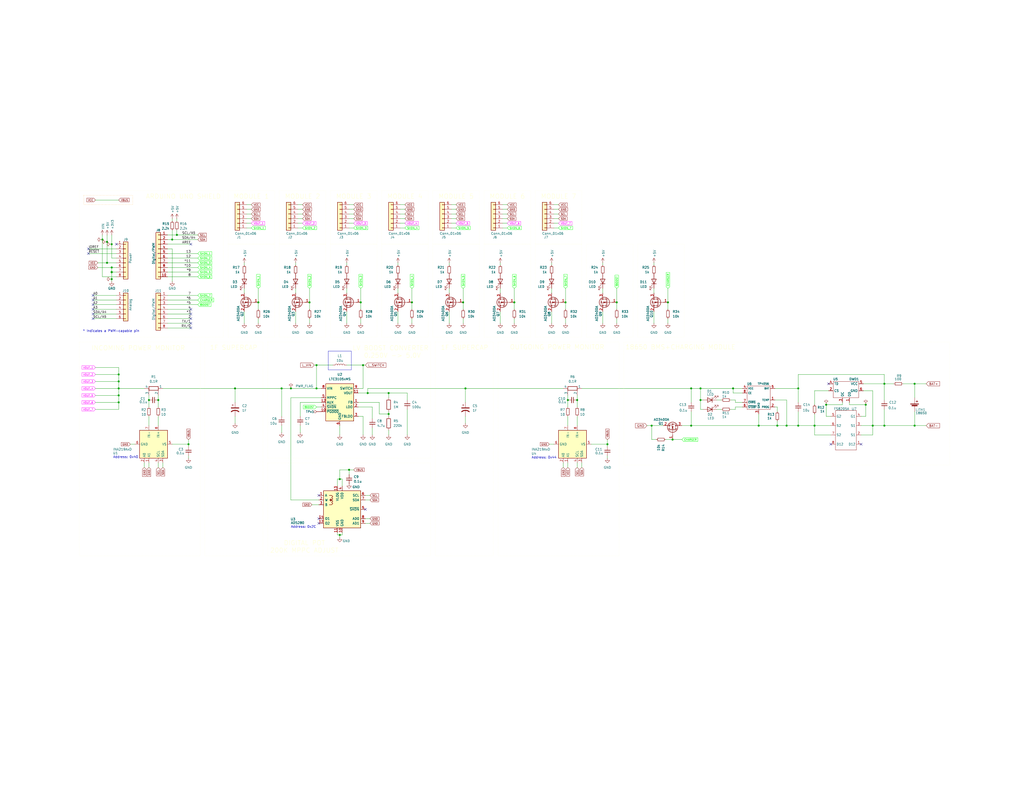
<source format=kicad_sch>
(kicad_sch (version 20250114) (generator "eeschema") (generator_version "9.0")
  (paper "C")
  (title_block (title "Joule Chief") (date "2025-08-05") (rev "R1") (company "Suneater Labs") (comment 1 "Mainboard - Arduino UNO Shield"))
  (rectangle (start 45.72 106.68) (end 72.39 111.76) (stroke (width 0) (type dot) (color 255 153 0 1)))
  (rectangle (start 111.76 186.69) (end 143.51 303.53) (stroke (width 0) (type dot) (color 255 255 194 1)))
  (rectangle (start 264.16 133.35) (end 289.56 184.15) (stroke (width 0) (type dot) (color 255 255 194 1)))
  (rectangle (start 43.18 186.69) (end 109.22 303.53) (stroke (width 0) (type dot) (color 255 255 194 1)))
  (rectangle (start 146.05 186.69) (end 234.95 250.19) (stroke (width 0) (type dot) (color 255 255 194 1)))
  (rectangle (start 264.16 104.14) (end 289.56 133.35) (stroke (width 0) (type dot) (color 255 255 194 1)))
  (rectangle (start 236.22 133.35) (end 261.62 184.15) (stroke (width 0) (type dot) (color 255 255 194 1)))
  (rectangle (start 320.04 133.35) (end 345.44 184.15) (stroke (width 0) (type dot) (color 255 255 194 1)))
  (rectangle (start 124.46 104.14) (end 149.86 133.35) (stroke (width 0) (type dot) (color 255 255 194 1)))
  (rectangle (start 180.34 104.14) (end 205.74 133.35) (stroke (width 0) (type dot) (color 255 255 194 1)))
  (rectangle (start 152.4 133.35) (end 177.8 184.15) (stroke (width 0) (type dot) (color 255 255 194 1)))
  (rectangle (start 208.28 133.35) (end 233.68 184.15) (stroke (width 0) (type dot) (color 255 255 194 1)))
  (rectangle (start 292.1 104.14) (end 317.5 133.35) (stroke (width 0) (type dot) (color 255 255 194 1)))
  (rectangle (start 347.98 133.35) (end 373.38 184.15) (stroke (width 0) (type dot) (color 255 255 194 1)))
  (rectangle (start 152.4 104.14) (end 177.8 133.35) (stroke (width 0) (type dot) (color 255 255 194 1)))
  (rectangle (start 43.18 104.14) (end 121.92 184.15) (stroke (width 0) (type dot) (color 255 255 194 1)))
  (rectangle (start 208.28 104.14) (end 233.68 133.35) (stroke (width 0) (type dot) (color 255 255 194 1)))
  (rectangle (start 292.1 133.35) (end 317.5 184.15) (stroke (width 0) (type dot) (color 255 255 194 1)))
  (rectangle (start 146.05 252.73) (end 234.95 303.53) (stroke (width 0) (type dot) (color 255 255 194 1)))
  (rectangle (start 180.34 133.35) (end 205.74 184.15) (stroke (width 0) (type dot) (color 255 255 194 1)))
  (rectangle (start 340.4772 186.703) (end 518.2772 254) (stroke (width 0) (type dot) (color 255 255 194 1)))
  (rectangle (start 237.49 186.69) (end 269.24 303.53) (stroke (width 0) (type dot) (color 255 255 194 1)))
  (rectangle (start 179.07 191.77) (end 191.77 201.93))
  (rectangle (start 236.22 104.14) (end 261.62 133.35) (stroke (width 0) (type dot) (color 255 255 194 1)))
  (rectangle (start 124.46 133.35) (end 149.86 184.15) (stroke (width 0) (type dot) (color 255 255 194 1)))
  (rectangle (start 271.78 186.69) (end 337.82 303.53) (stroke (width 0) (type dot) (color 255 255 194 1)))
  (text "INCOMING POWER MONITOR" (at 75.438 190.246 0) (effects (font (size 2.5 2.5))))
  (text "Address: 0x40\n" (at 68.58 249.682 0) (effects (font (size 1.27 1.27))))
  (text "MODULE 3\n" (at 193.04 107.442 0) (effects (font (size 2.5 2.5))))
  (text "LV BOOST CONVERTER \n0.250V -> 5.0V" (at 214.122 192.278 0) (effects (font (size 2.5 2.5))))
  (text "Address: 0x2C\n" (at 165.608 287.782 0) (effects (font (size 1.27 1.27))))
  (text "OUTGOING POWER MONITOR" (at 304.038 189.738 0) (effects (font (size 2.5 2.5))))
  (text "1F SUPERCAP" (at 253.492 189.992 0) (effects (font (size 2.5 2.5))))
  (text "18650 BMS+CHARGING MODULE" (at 371.348 189.738 0) (effects (font (size 2.5 2.5))))
  (text "MODULE 4\n" (at 220.98 107.442 0) (effects (font (size 2.5 2.5))))
  (text "ARDUINO UNO SHIELD" (at 100.076 107.442 0) (effects (font (size 2.5 2.5))))
  (text "Address: 0x44\n" (at 296.926 249.936 0) (effects (font (size 1.27 1.27))))
  (text "MODULE 1\n" (at 137.16 107.442 0) (effects (font (size 2.5 2.5))))
  (text "DIGITAL POT\n200K MPPC ADJUST" (at 166.116 298.704 0) (effects (font (size 2.5 2.5))))
  (text "MODULE 5\n" (at 248.92 107.442 0) (effects (font (size 2.5 2.5))))
  (text "MODULE 6\n" (at 276.86 107.442 0) (effects (font (size 2.5 2.5))))
  (text "* Indicates a PWM-capable pin" (at 45.212 181.61 0) (effects (font (size 1.27 1.27)) (justify left bottom)))
  (text "1F SUPERCAP" (at 127.508 189.992 0) (effects (font (size 2.5 2.5))))
  (text "MODULE 7\n" (at 304.8 107.442 0) (effects (font (size 2.5 2.5))))
  (text "MODULE 2" (at 165.1 107.442 0) (effects (font (size 2.5 2.5))))
  (junction (at 198.12 199.39))
  (junction (at 377.19 232.41))
  (junction (at 58.42 132.08))
  (junction (at 93.98 130.81))
  (junction (at 382.27 212.09))
  (junction (at 190.5 256.54))
  (junction (at 185.42 261.62))
  (junction (at 476.25 232.41))
  (junction (at 102.87 242.57))
  (junction (at 314.96 218.44))
  (junction (at 64.77 219.71))
  (junction (at 60.96 148.59) (diameter 1.016))
  (junction (at 414.02 232.41))
  (junction (at 81.28 218.44))
  (junction (at 364.49 165.1))
  (junction (at 450.85 220.98))
  (junction (at 482.6 209.55))
  (junction (at 60.96 133.35))
  (junction (at 64.77 212.09))
  (junction (at 172.72 212.09))
  (junction (at 367.03 240.03))
  (junction (at 444.5 232.41))
  (junction (at 382.27 218.44))
  (junction (at 158.75 212.09))
  (junction (at 499.11 232.41))
  (junction (at 377.19 212.09))
  (junction (at 55.88 130.81))
  (junction (at 140.97 165.1))
  (junction (at 224.79 165.1))
  (junction (at 280.67 165.1))
  (junction (at 499.11 209.55))
  (junction (at 424.18 232.41))
  (junction (at 168.91 165.1))
  (junction (at 200.66 214.63))
  (junction (at 172.72 199.39))
  (junction (at 309.88 218.44))
  (junction (at 58.42 143.51))
  (junction (at 252.73 165.1))
  (junction (at 331.47 242.57))
  (junction (at 60.96 152.4))
  (junction (at 185.42 292.1))
  (junction (at 212.09 226.06))
  (junction (at 400.05 212.09))
  (junction (at 435.61 232.41))
  (junction (at 355.6 232.41))
  (junction (at 336.55 165.1))
  (junction (at 212.09 214.63))
  (junction (at 64.77 215.9))
  (junction (at 60.96 146.05))
  (junction (at 128.27 212.09))
  (junction (at 64.77 204.47))
  (junction (at 254 212.09))
  (junction (at 196.85 165.1))
  (junction (at 482.6 232.41))
  (junction (at 308.61 165.1))
  (junction (at 96.52 128.27))
  (junction (at 472.44 220.98))
  (junction (at 435.61 212.09))
  (junction (at 153.67 212.09))
  (junction (at 86.36 218.44))
  (junction (at 429.26 232.41))
  (junction (at 64.77 208.28))
  (no_connect (at 452.12 209.55))
  (no_connect (at 50.8 168.91))
  (no_connect (at 469.9 242.57))
  (no_connect (at 173.99 285.75))
  (no_connect (at 104.14 173.99))
  (no_connect (at 173.99 270.51))
  (no_connect (at 104.14 168.91))
  (no_connect (at 104.14 133.35))
  (no_connect (at 48.26 138.43))
  (no_connect (at 104.14 176.53))
  (no_connect (at 173.99 283.21))
  (no_connect (at 50.8 166.37))
  (no_connect (at 48.26 135.89))
  (no_connect (at 104.14 179.07))
  (no_connect (at 50.8 163.83))
  (no_connect (at 50.8 171.45))
  (no_connect (at 104.14 171.45))
  (no_connect (at 50.8 173.99))
  (no_connect (at 199.39 278.13))
  (no_connect (at 63.5 133.35))
  (no_connect (at 453.39 242.57))
  (no_connect (at 50.8 161.29))
  (wire (pts (xy 91.44 179.07) (xy 104.14 179.07)))
  (wire (pts (xy 196.85 168.91) (xy 196.85 165.1)))
  (wire (pts (xy 153.67 212.09) (xy 153.67 227.33)))
  (wire (pts (xy 163.83 219.71) (xy 163.83 227.33)))
  (wire (pts (xy 246.38 121.92) (xy 248.92 121.92)))
  (wire (pts (xy 280.67 173.99) (xy 280.67 176.53)))
  (wire (pts (xy 161.29 157.48) (xy 161.29 160.02)))
  (wire (pts (xy 372.11 240.03) (xy 367.03 240.03)))
  (wire (pts (xy 91.44 146.05) (xy 107.95 146.05)))
  (wire (pts (xy 190.5 121.92) (xy 193.04 121.92)))
  (wire (pts (xy 190.5 116.84) (xy 193.04 116.84)))
  (wire (pts (xy 377.19 212.09) (xy 377.19 219.71)))
  (wire (pts (xy 52.07 215.9) (xy 64.77 215.9)))
  (wire (pts (xy 163.83 232.41) (xy 163.83 236.22)))
  (wire (pts (xy 450.85 227.33) (xy 453.39 227.33)))
  (wire (pts (xy 429.26 232.41) (xy 435.61 232.41)))
  (wire (pts (xy 185.42 292.1) (xy 184.15 292.1)))
  (wire (pts (xy 165.1 114.3) (xy 162.56 114.3)))
  (wire (pts (xy 91.44 128.27) (xy 96.52 128.27)))
  (wire (pts (xy 200.66 214.63) (xy 212.09 214.63)))
  (wire (pts (xy 196.85 173.99) (xy 196.85 176.53)))
  (wire (pts (xy 195.58 214.63) (xy 200.66 214.63)))
  (wire (pts (xy 372.11 232.41) (xy 377.19 232.41)))
  (wire (pts (xy 217.17 157.48) (xy 217.17 160.02)))
  (wire (pts (xy 102.87 248.92) (xy 102.87 250.19)))
  (wire (pts (xy 482.6 204.47) (xy 482.6 209.55)))
  (wire (pts (xy 162.56 121.92) (xy 165.1 121.92)))
  (wire (pts (xy 482.6 209.55) (xy 482.6 218.44)))
  (wire (pts (xy 86.36 232.41) (xy 86.36 227.33)))
  (wire (pts (xy 199.39 283.21) (xy 201.93 283.21)))
  (wire (pts (xy 93.98 125.73) (xy 93.98 130.81)))
  (wire (pts (xy 172.72 199.39) (xy 181.61 199.39)))
  (wire (pts (xy 60.96 146.05) (xy 60.96 148.59)))
  (wire (pts (xy 414.02 232.41) (xy 414.02 226.06)))
  (wire (pts (xy 469.9 232.41) (xy 476.25 232.41)))
  (wire (pts (xy 382.27 218.44) (xy 383.54 218.44)))
  (wire (pts (xy 429.26 218.44) (xy 429.26 232.41)))
  (wire (pts (xy 50.8 173.99) (xy 63.5 173.99)))
  (wire (pts (xy 158.75 273.05) (xy 158.75 217.17)))
  (wire (pts (xy 356.87 143.51) (xy 356.87 144.78)))
  (wire (pts (xy 64.77 212.09) (xy 78.74 212.09)))
  (wire (pts (xy 52.07 212.09) (xy 64.77 212.09)))
  (wire (pts (xy 190.5 256.54) (xy 193.04 256.54)))
  (wire (pts (xy 302.26 121.92) (xy 304.8 121.92)))
  (wire (pts (xy 185.42 261.62) (xy 185.42 256.54)))
  (wire (pts (xy 254 227.33) (xy 254 231.14)))
  (wire (pts (xy 186.69 292.1) (xy 185.42 292.1)))
  (wire (pts (xy 60.96 148.59) (xy 60.96 152.4)))
  (wire (pts (xy 218.44 116.84) (xy 220.98 116.84)))
  (wire (pts (xy 53.34 143.51) (xy 58.42 143.51)))
  (wire (pts (xy 196.85 157.48) (xy 196.85 165.1)))
  (wire (pts (xy 140.97 168.91) (xy 140.97 165.1)))
  (wire (pts (xy 435.61 204.47) (xy 482.6 204.47)))
  (wire (pts (xy 212.09 224.79) (xy 212.09 226.06)))
  (wire (pts (xy 302.26 119.38) (xy 304.8 119.38)))
  (wire (pts (xy 172.72 212.09) (xy 175.26 212.09)))
  (wire (pts (xy 382.27 212.09) (xy 382.27 218.44)))
  (wire (pts (xy 218.44 121.92) (xy 220.98 121.92)))
  (wire (pts (xy 60.96 140.97) (xy 63.5 140.97)))
  (wire (pts (xy 58.42 143.51) (xy 63.5 143.51)))
  (wire (pts (xy 168.91 173.99) (xy 168.91 176.53)))
  (wire (pts (xy 300.99 170.18) (xy 300.99 176.53)))
  (wire (pts (xy 476.25 213.36) (xy 476.25 232.41)))
  (wire (pts (xy 190.5 119.38) (xy 193.04 119.38)))
  (wire (pts (xy 469.9 227.33) (xy 472.44 227.33)))
  (wire (pts (xy 175.26 219.71) (xy 163.83 219.71)))
  (wire (pts (xy 58.42 128.27) (xy 58.42 132.08)))
  (wire (pts (xy 463.55 220.98) (xy 472.44 220.98)))
  (wire (pts (xy 64.77 215.9) (xy 64.77 219.71)))
  (wire (pts (xy 53.34 146.05) (xy 60.96 146.05)))
  (wire (pts (xy 444.5 232.41) (xy 444.5 237.49)))
  (wire (pts (xy 52.07 208.28) (xy 64.77 208.28)))
  (wire (pts (xy 398.78 218.44) (xy 401.32 218.44)))
  (wire (pts (xy 220.98 111.76) (xy 218.44 111.76)))
  (wire (pts (xy 52.07 109.22) (xy 64.77 109.22)))
  (wire (pts (xy 158.75 273.05) (xy 173.99 273.05)))
  (wire (pts (xy 91.44 138.43) (xy 107.95 138.43)))
  (wire (pts (xy 172.72 222.25) (xy 175.26 222.25)))
  (wire (pts (xy 60.96 128.27) (xy 60.96 133.35)))
  (wire (pts (xy 91.44 161.29) (xy 107.95 161.29)))
  (wire (pts (xy 88.9 212.09) (xy 128.27 212.09)))
  (wire (pts (xy 463.55 219.71) (xy 463.55 220.98)))
  (wire (pts (xy 195.58 219.71) (xy 207.01 219.71)))
  (wire (pts (xy 200.66 212.09) (xy 254 212.09)))
  (wire (pts (xy 435.61 232.41) (xy 444.5 232.41)))
  (wire (pts (xy 93.98 130.81) (xy 107.95 130.81)))
  (wire (pts (xy 314.96 255.27) (xy 314.96 252.73)))
  (wire (pts (xy 252.73 157.48) (xy 252.73 165.1)))
  (wire (pts (xy 63.5 161.29) (xy 50.8 161.29)))
  (wire (pts (xy 422.91 218.44) (xy 429.26 218.44)))
  (wire (pts (xy 81.28 222.25) (xy 81.28 218.44)))
  (wire (pts (xy 91.44 140.97) (xy 107.95 140.97)))
  (wire (pts (xy 405.13 214.63) (xy 400.05 214.63)))
  (wire (pts (xy 422.91 212.09) (xy 435.61 212.09)))
  (wire (pts (xy 398.78 223.52) (xy 401.32 223.52)))
  (wire (pts (xy 91.44 163.83) (xy 107.95 163.83)))
  (wire (pts (xy 422.91 222.25) (xy 424.18 222.25)))
  (wire (pts (xy 185.42 261.62) (xy 184.15 261.62)))
  (wire (pts (xy 52.07 200.66) (xy 64.77 200.66)))
  (wire (pts (xy 314.96 218.44) (xy 314.96 215.9)))
  (wire (pts (xy 252.73 168.91) (xy 252.73 165.1)))
  (wire (pts (xy 186.69 261.62) (xy 186.69 265.43)))
  (wire (pts (xy 309.88 215.9) (xy 309.88 218.44)))
  (wire (pts (xy 444.5 226.06) (xy 444.5 232.41)))
  (wire (pts (xy 246.38 119.38) (xy 248.92 119.38)))
  (wire (pts (xy 276.86 111.76) (xy 274.32 111.76)))
  (wire (pts (xy 274.32 116.84) (xy 276.86 116.84)))
  (wire (pts (xy 499.11 232.41) (xy 505.46 232.41)))
  (wire (pts (xy 133.35 157.48) (xy 133.35 160.02)))
  (wire (pts (xy 274.32 121.92) (xy 276.86 121.92)))
  (wire (pts (xy 355.6 240.03) (xy 358.14 240.03)))
  (wire (pts (xy 382.27 223.52) (xy 383.54 223.52)))
  (wire (pts (xy 246.38 124.46) (xy 248.92 124.46)))
  (wire (pts (xy 435.61 212.09) (xy 435.61 204.47)))
  (wire (pts (xy 173.99 275.59) (xy 170.18 275.59)))
  (wire (pts (xy 361.95 232.41) (xy 355.6 232.41)))
  (wire (pts (xy 328.93 157.48) (xy 328.93 160.02)))
  (wire (pts (xy 308.61 168.91) (xy 308.61 165.1)))
  (wire (pts (xy 64.77 204.47) (xy 64.77 208.28)))
  (wire (pts (xy 309.88 252.73) (xy 309.88 255.27)))
  (wire (pts (xy 88.9 255.27) (xy 88.9 252.73)))
  (wire (pts (xy 280.67 157.48) (xy 280.67 165.1)))
  (wire (pts (xy 64.77 223.52) (xy 52.07 223.52)))
  (wire (pts (xy 96.52 119.38) (xy 96.52 120.65)))
  (wire (pts (xy 450.85 220.98) (xy 459.74 220.98)))
  (wire (pts (xy 273.05 143.51) (xy 273.05 144.78)))
  (wire (pts (xy 355.6 232.41) (xy 355.6 240.03)))
  (wire (pts (xy 254 212.09) (xy 254 219.71)))
  (wire (pts (xy 91.44 148.59) (xy 107.95 148.59)))
  (wire (pts (xy 382.27 212.09) (xy 400.05 212.09)))
  (wire (pts (xy 195.58 227.33) (xy 198.12 227.33)))
  (wire (pts (xy 424.18 229.87) (xy 424.18 232.41)))
  (wire (pts (xy 492.76 209.55) (xy 499.11 209.55)))
  (wire (pts (xy 140.97 157.48) (xy 140.97 165.1)))
  (wire (pts (xy 102.87 242.57) (xy 102.87 243.84)))
  (wire (pts (xy 186.69 290.83) (xy 186.69 292.1)))
  (wire (pts (xy 86.36 222.25) (xy 86.36 218.44)))
  (wire (pts (xy 193.04 114.3) (xy 190.5 114.3)))
  (wire (pts (xy 401.32 218.44) (xy 401.32 219.71)))
  (wire (pts (xy 252.73 173.99) (xy 252.73 176.53)))
  (wire (pts (xy 64.77 200.66) (xy 64.77 204.47)))
  (wire (pts (xy 91.44 168.91) (xy 104.14 168.91)))
  (wire (pts (xy 168.91 168.91) (xy 168.91 165.1)))
  (wire (pts (xy 499.11 209.55) (xy 505.46 209.55)))
  (wire (pts (xy 424.18 222.25) (xy 424.18 224.79)))
  (wire (pts (xy 314.96 232.41) (xy 314.96 227.33)))
  (wire (pts (xy 331.47 248.92) (xy 331.47 250.19)))
  (wire (pts (xy 482.6 223.52) (xy 482.6 232.41)))
  (wire (pts (xy 199.39 273.05) (xy 201.93 273.05)))
  (wire (pts (xy 162.56 116.84) (xy 165.1 116.84)))
  (wire (pts (xy 48.26 135.89) (xy 63.5 135.89)))
  (wire (pts (xy 189.23 170.18) (xy 189.23 176.53)))
  (wire (pts (xy 364.49 168.91) (xy 364.49 165.1)))
  (wire (pts (xy 86.36 215.9) (xy 86.36 218.44)))
  (wire (pts (xy 435.61 212.09) (xy 435.61 219.71)))
  (wire (pts (xy 336.55 157.48) (xy 336.55 165.1)))
  (wire (pts (xy 401.32 219.71) (xy 405.13 219.71)))
  (wire (pts (xy 161.29 170.18) (xy 161.29 176.53)))
  (wire (pts (xy 140.97 173.99) (xy 140.97 176.53)))
  (wire (pts (xy 81.28 252.73) (xy 81.28 255.27)))
  (wire (pts (xy 212.09 226.06) (xy 212.09 227.33)))
  (wire (pts (xy 224.79 173.99) (xy 224.79 176.53)))
  (wire (pts (xy 308.61 173.99) (xy 308.61 176.53)))
  (wire (pts (xy 309.88 232.41) (xy 309.88 227.33)))
  (wire (pts (xy 189.23 157.48) (xy 189.23 160.02)))
  (wire (pts (xy 401.32 222.25) (xy 405.13 222.25)))
  (wire (pts (xy 471.17 213.36) (xy 476.25 213.36)))
  (wire (pts (xy 331.47 240.03) (xy 331.47 242.57)))
  (wire (pts (xy 328.93 170.18) (xy 328.93 176.53)))
  (wire (pts (xy 363.22 240.03) (xy 367.03 240.03)))
  (wire (pts (xy 128.27 212.09) (xy 128.27 219.71)))
  (wire (pts (xy 58.42 132.08) (xy 58.42 143.51)))
  (wire (pts (xy 93.98 135.89) (xy 93.98 153.67)))
  (wire (pts (xy 274.32 119.38) (xy 276.86 119.38)))
  (wire (pts (xy 172.72 212.09) (xy 172.72 199.39)))
  (wire (pts (xy 393.7 223.52) (xy 391.16 223.52)))
  (wire (pts (xy 184.15 261.62) (xy 184.15 265.43)))
  (wire (pts (xy 185.42 232.41) (xy 185.42 237.49)))
  (wire (pts (xy 212.09 214.63) (xy 212.09 217.17)))
  (wire (pts (xy 469.9 237.49) (xy 476.25 237.49)))
  (wire (pts (xy 382.27 218.44) (xy 382.27 223.52)))
  (wire (pts (xy 336.55 173.99) (xy 336.55 176.53)))
  (wire (pts (xy 186.69 261.62) (xy 185.42 261.62)))
  (wire (pts (xy 91.44 133.35) (xy 104.14 133.35)))
  (wire (pts (xy 444.5 232.41) (xy 453.39 232.41)))
  (wire (pts (xy 102.87 240.03) (xy 102.87 242.57)))
  (wire (pts (xy 217.17 143.51) (xy 217.17 144.78)))
  (wire (pts (xy 317.5 255.27) (xy 317.5 252.73)))
  (wire (pts (xy 153.67 212.09) (xy 158.75 212.09)))
  (wire (pts (xy 81.28 232.41) (xy 81.28 227.33)))
  (wire (pts (xy 96.52 125.73) (xy 96.52 128.27)))
  (wire (pts (xy 203.2 233.68) (xy 203.2 237.49)))
  (wire (pts (xy 309.88 222.25) (xy 309.88 218.44)))
  (wire (pts (xy 190.5 256.54) (xy 190.5 259.08)))
  (wire (pts (xy 222.25 237.49) (xy 222.25 223.52)))
  (wire (pts (xy 499.11 209.55) (xy 499.11 217.17)))
  (wire (pts (xy 63.5 166.37) (xy 50.8 166.37)))
  (wire (pts (xy 48.26 138.43) (xy 63.5 138.43)))
  (wire (pts (xy 331.47 242.57) (xy 322.58 242.57)))
  (wire (pts (xy 134.62 116.84) (xy 137.16 116.84)))
  (wire (pts (xy 450.85 227.33) (xy 450.85 220.98)))
  (wire (pts (xy 356.87 170.18) (xy 356.87 176.53)))
  (wire (pts (xy 245.11 170.18) (xy 245.11 176.53)))
  (wire (pts (xy 63.5 148.59) (xy 60.96 148.59)))
  (wire (pts (xy 134.62 111.76) (xy 137.16 111.76)))
  (wire (pts (xy 200.66 214.63) (xy 200.66 212.09)))
  (wire (pts (xy 308.61 157.48) (xy 308.61 165.1)))
  (wire (pts (xy 245.11 143.51) (xy 245.11 144.78)))
  (wire (pts (xy 161.29 143.51) (xy 161.29 144.78)))
  (wire (pts (xy 220.98 114.3) (xy 218.44 114.3)))
  (wire (pts (xy 134.62 114.3) (xy 137.16 114.3)))
  (wire (pts (xy 482.6 209.55) (xy 487.68 209.55)))
  (wire (pts (xy 217.17 170.18) (xy 217.17 176.53)))
  (wire (pts (xy 133.35 143.51) (xy 133.35 144.78)))
  (wire (pts (xy 218.44 119.38) (xy 220.98 119.38)))
  (wire (pts (xy 198.12 199.39) (xy 198.12 212.09)))
  (wire (pts (xy 189.23 199.39) (xy 198.12 199.39)))
  (wire (pts (xy 499.11 224.79) (xy 499.11 232.41)))
  (wire (pts (xy 165.1 111.76) (xy 162.56 111.76)))
  (wire (pts (xy 444.5 213.36) (xy 444.5 220.98)))
  (wire (pts (xy 424.18 232.41) (xy 429.26 232.41)))
  (wire (pts (xy 300.99 143.51) (xy 300.99 144.78)))
  (wire (pts (xy 273.05 170.18) (xy 273.05 176.53)))
  (wire (pts (xy 63.5 151.13) (xy 55.88 151.13)))
  (wire (pts (xy 302.26 242.57) (xy 299.72 242.57)))
  (wire (pts (xy 224.79 157.48) (xy 224.79 165.1)))
  (wire (pts (xy 304.8 114.3) (xy 302.26 114.3)))
  (wire (pts (xy 273.05 157.48) (xy 273.05 160.02)))
  (wire (pts (xy 50.8 163.83) (xy 63.5 163.83)))
  (wire (pts (xy 207.01 219.71) (xy 207.01 226.06)))
  (wire (pts (xy 55.88 130.81) (xy 55.88 128.27)))
  (wire (pts (xy 185.42 292.1) (xy 185.42 293.37)))
  (wire (pts (xy 304.8 111.76) (xy 302.26 111.76)))
  (wire (pts (xy 52.07 204.47) (xy 64.77 204.47)))
  (wire (pts (xy 184.15 290.83) (xy 184.15 292.1)))
  (wire (pts (xy 198.12 199.39) (xy 199.39 199.39)))
  (wire (pts (xy 302.26 116.84) (xy 304.8 116.84)))
  (wire (pts (xy 328.93 143.51) (xy 328.93 144.78)))
  (wire (pts (xy 248.92 111.76) (xy 246.38 111.76)))
  (wire (pts (xy 254 212.09) (xy 307.34 212.09)))
  (wire (pts (xy 331.47 242.57) (xy 331.47 243.84)))
  (wire (pts (xy 482.6 232.41) (xy 499.11 232.41)))
  (wire (pts (xy 93.98 119.38) (xy 93.98 120.65)))
  (wire (pts (xy 195.58 212.09) (xy 198.12 212.09)))
  (wire (pts (xy 317.5 212.09) (xy 377.19 212.09)))
  (wire (pts (xy 471.17 209.55) (xy 482.6 209.55)))
  (wire (pts (xy 207.01 226.06) (xy 212.09 226.06)))
  (wire (pts (xy 198.12 227.33) (xy 198.12 237.49)))
  (wire (pts (xy 222.25 214.63) (xy 212.09 214.63)))
  (wire (pts (xy 199.39 270.51) (xy 201.93 270.51)))
  (wire (pts (xy 245.11 157.48) (xy 245.11 160.02)))
  (wire (pts (xy 64.77 212.09) (xy 64.77 215.9)))
  (wire (pts (xy 453.39 237.49) (xy 444.5 237.49)))
  (wire (pts (xy 91.44 135.89) (xy 93.98 135.89)))
  (wire (pts (xy 52.07 219.71) (xy 64.77 219.71)))
  (wire (pts (xy 168.91 157.48) (xy 168.91 165.1)))
  (wire (pts (xy 86.36 255.27) (xy 86.36 252.73)))
  (wire (pts (xy 63.5 146.05) (xy 60.96 146.05)))
  (wire (pts (xy 377.19 224.79) (xy 377.19 232.41)))
  (wire (pts (xy 93.98 242.57) (xy 102.87 242.57)))
  (wire (pts (xy 274.32 124.46) (xy 276.86 124.46)))
  (wire (pts (xy 302.26 124.46) (xy 304.8 124.46)))
  (wire (pts (xy 364.49 157.48) (xy 364.49 165.1)))
  (wire (pts (xy 185.42 256.54) (xy 190.5 256.54)))
  (wire (pts (xy 401.32 223.52) (xy 401.32 222.25)))
  (wire (pts (xy 91.44 143.51) (xy 107.95 143.51)))
  (wire (pts (xy 134.62 124.46) (xy 137.16 124.46)))
  (wire (pts (xy 128.27 227.33) (xy 128.27 231.14)))
  (wire (pts (xy 224.79 168.91) (xy 224.79 165.1)))
  (wire (pts (xy 81.28 215.9) (xy 81.28 218.44)))
  (wire (pts (xy 134.62 119.38) (xy 137.16 119.38)))
  (wire (pts (xy 212.09 237.49) (xy 212.09 234.95)))
  (wire (pts (xy 162.56 124.46) (xy 165.1 124.46)))
  (wire (pts (xy 377.19 212.09) (xy 382.27 212.09)))
  (wire (pts (xy 193.04 111.76) (xy 190.5 111.76)))
  (wire (pts (xy 307.34 252.73) (xy 307.34 255.27)))
  (wire (pts (xy 91.44 166.37) (xy 107.95 166.37)))
  (wire (pts (xy 133.35 170.18) (xy 133.35 176.53)))
  (wire (pts (xy 459.74 220.98) (xy 459.74 219.71)))
  (wire (pts (xy 222.25 214.63) (xy 222.25 218.44)))
  (wire (pts (xy 248.92 114.3) (xy 246.38 114.3)))
  (wire (pts (xy 435.61 224.79) (xy 435.61 232.41)))
  (wire (pts (xy 162.56 119.38) (xy 165.1 119.38)))
  (wire (pts (xy 50.8 168.91) (xy 63.5 168.91)))
  (wire (pts (xy 276.86 114.3) (xy 274.32 114.3)))
  (wire (pts (xy 218.44 124.46) (xy 220.98 124.46)))
  (wire (pts (xy 171.45 199.39) (xy 172.72 199.39)))
  (wire (pts (xy 336.55 168.91) (xy 336.55 165.1)))
  (wire (pts (xy 393.7 218.44) (xy 391.16 218.44)))
  (wire (pts (xy 96.52 128.27) (xy 107.95 128.27)))
  (wire (pts (xy 300.99 157.48) (xy 300.99 160.02)))
  (wire (pts (xy 400.05 214.63) (xy 400.05 212.09)))
  (wire (pts (xy 472.44 220.98) (xy 472.44 227.33)))
  (wire (pts (xy 355.6 232.41) (xy 353.06 232.41)))
  (wire (pts (xy 364.49 173.99) (xy 364.49 176.53)))
  (wire (pts (xy 73.66 242.57) (xy 71.12 242.57)))
  (wire (pts (xy 60.96 152.4) (xy 60.96 153.67)))
  (wire (pts (xy 60.96 133.35) (xy 60.96 140.97)))
  (wire (pts (xy 189.23 143.51) (xy 189.23 144.78)))
  (wire (pts (xy 476.25 232.41) (xy 482.6 232.41)))
  (wire (pts (xy 64.77 208.28) (xy 64.77 212.09)))
  (wire (pts (xy 91.44 130.81) (xy 93.98 130.81)))
  (wire (pts (xy 400.05 212.09) (xy 405.13 212.09)))
  (wire (pts (xy 476.25 232.41) (xy 476.25 237.49)))
  (wire (pts (xy 314.96 222.25) (xy 314.96 218.44)))
  (wire (pts (xy 153.67 232.41) (xy 153.67 236.22)))
  (wire (pts (xy 91.44 173.99) (xy 104.14 173.99)))
  (wire (pts (xy 280.67 168.91) (xy 280.67 165.1)))
  (wire (pts (xy 91.44 171.45) (xy 104.14 171.45)))
  (wire (pts (xy 424.18 232.41) (xy 414.02 232.41)))
  (wire (pts (xy 158.75 217.17) (xy 175.26 217.17)))
  (wire (pts (xy 452.12 213.36) (xy 444.5 213.36)))
  (wire (pts (xy 377.19 232.41) (xy 414.02 232.41)))
  (wire (pts (xy 64.77 219.71) (xy 64.77 223.52)))
  (wire (pts (xy 203.2 222.25) (xy 203.2 228.6)))
  (wire (pts (xy 199.39 285.75) (xy 201.93 285.75)))
  (wire (pts (xy 190.5 124.46) (xy 193.04 124.46)))
  (wire (pts (xy 195.58 222.25) (xy 203.2 222.25)))
  (wire (pts (xy 91.44 176.53) (xy 104.14 176.53)))
  (wire (pts (xy 55.88 151.13) (xy 55.88 130.81)))
  (wire (pts (xy 134.62 121.92) (xy 137.16 121.92)))
  (wire (pts (xy 356.87 157.48) (xy 356.87 160.02)))
  (wire (pts (xy 63.5 171.45) (xy 50.8 171.45)))
  (wire (pts (xy 78.74 252.73) (xy 78.74 255.27)))
  (wire (pts (xy 91.44 151.13) (xy 107.95 151.13)))
  (wire (pts (xy 246.38 116.84) (xy 248.92 116.84)))
  (wire (pts (xy 128.27 212.09) (xy 153.67 212.09)))
  (wire (pts (xy 158.75 212.09) (xy 172.72 212.09)))
  (label "RX{slash}0" (at 104.14 179.07 180))
  (label "A2" (at 50.8 166.37 0))
  (label "4" (at 104.14 168.91 180))
  (label "2" (at 104.14 173.99 180))
  (label "A3" (at 50.8 168.91 0))
  (label "13" (at 104.14 138.43 180))
  (label "12" (at 104.14 140.97 180))
  (label "~{RESET}" (at 48.26 138.43 0))
  (label "*10" (at 104.14 146.05 180))
  (label "7" (at 104.14 161.29 180))
  (label "SDA{slash}A4" (at 106.68 130.81 180))
  (label "8" (at 104.14 151.13 180))
  (label "*11" (at 104.14 143.51 180))
  (label "*3" (at 104.14 171.45 180))
  (label "A1" (at 50.8 163.83 0))
  (label "TX{slash}1" (at 104.14 176.53 180))
  (label "A0" (at 50.8 161.29 0))
  (label "AREF" (at 104.14 133.35 180))
  (label "*6" (at 104.14 163.83 180))
  (label "SCL{slash}A5" (at 106.68 128.27 180))
  (label "*9" (at 104.14 148.59 180))
  (label "*5" (at 104.14 166.37 180))
  (label "IOREF" (at 48.26 135.89 0))
  (label "SDA{slash}A4" (at 50.8 171.45 0))
  (label "SCL{slash}A5" (at 50.8 173.99 0))
  (global_label "GND" (shape input) (at 248.92 114.3 0) (effects (font (size 1 1))) (property "Intersheetrefs" "${INTERSHEET_REFS}" (effects (hide yes))))
  (global_label "SHDN_4" (shape input) (at 220.98 124.46 0) (effects (font (size 1 1))) (property "Intersheetrefs" "${INTERSHEET_REFS}" (effects (hide yes))))
  (global_label "CHARGER" (shape input) (at 372.11 240.03 0) (effects (font (size 1 1))) (property "Intersheetrefs" "${INTERSHEET_REFS}" (effects (hide yes))))
  (global_label "SHDN_4" (shape input) (at 224.79 157.48 90) (effects (font (size 1 1))) (property "Intersheetrefs" "${INTERSHEET_REFS}" (effects (hide yes))))
  (global_label "SDA" (shape input) (at 137.16 119.38 0) (effects (font (size 1 1))) (property "Intersheetrefs" "${INTERSHEET_REFS}" (effects (hide yes))))
  (global_label "SHDN_2" (shape input) (at 165.1 124.46 0) (effects (font (size 1 1))) (property "Intersheetrefs" "${INTERSHEET_REFS}" (effects (hide yes))))
  (global_label "SCL" (shape input) (at 193.04 116.84 0) (effects (font (size 1 1))) (property "Intersheetrefs" "${INTERSHEET_REFS}" (effects (hide yes))))
  (global_label "SHDN_3" (shape input) (at 193.04 124.46 0) (effects (font (size 1 1))) (property "Intersheetrefs" "${INTERSHEET_REFS}" (effects (hide yes))))
  (global_label "GND" (shape input) (at 53.34 146.05 180) (effects (font (size 1 1))) (property "Intersheetrefs" "${INTERSHEET_REFS}" (effects (hide yes))))
  (global_label "SCL" (shape input) (at 201.93 270.51 0) (effects (font (size 1 1))) (property "Intersheetrefs" "${INTERSHEET_REFS}" (effects (hide yes))))
  (global_label "VBUS" (shape input) (at 331.47 240.03 90) (effects (font (size 1 1))) (property "Intersheetrefs" "${INTERSHEET_REFS}" (effects (hide yes))))
  (global_label "BAT-" (shape input) (at 505.46 232.41 0) (property "Intersheetrefs" "${INTERSHEET_REFS}" (effects (hide yes))))
  (global_label "SHDN_6" (shape input) (at 276.86 124.46 0) (effects (font (size 1 1))) (property "Intersheetrefs" "${INTERSHEET_REFS}" (effects (hide yes))))
  (global_label "GND" (shape input) (at 193.04 114.3 0) (effects (font (size 1 1))) (property "Intersheetrefs" "${INTERSHEET_REFS}" (effects (hide yes))))
  (global_label "SHDN_4" (shape input) (at 107.95 146.05 0) (effects (font (size 1 1))) (property "Intersheetrefs" "${INTERSHEET_REFS}" (effects (hide yes))))
  (global_label "GND" (shape input) (at 201.93 283.21 0) (effects (font (size 1 1))) (property "Intersheetrefs" "${INTERSHEET_REFS}" (effects (hide yes))))
  (global_label "VOUT_6" (shape input) (at 52.07 219.71 180) (effects (font (size 1 1))) (property "Intersheetrefs" "${INTERSHEET_REFS}" (effects (hide yes))))
  (global_label "GND" (shape input) (at 201.93 285.75 0) (effects (font (size 1 1))) (property "Intersheetrefs" "${INTERSHEET_REFS}" (effects (hide yes))))
  (global_label "VCC" (shape input) (at 165.1 111.76 0) (effects (font (size 1 1))) (property "Intersheetrefs" "${INTERSHEET_REFS}" (effects (hide yes))))
  (global_label "CHARGER" (shape input) (at 364.49 157.48 90) (effects (font (size 1 1))) (property "Intersheetrefs" "${INTERSHEET_REFS}" (effects (hide yes))))
  (global_label "!BOOST" (shape input) (at 172.72 222.25 180) (effects (font (size 1 1))) (property "Intersheetrefs" "${INTERSHEET_REFS}" (effects (hide yes))))
  (global_label "SHDN_5" (shape input) (at 248.92 124.46 0) (effects (font (size 1 1))) (property "Intersheetrefs" "${INTERSHEET_REFS}" (effects (hide yes))))
  (global_label "GND" (shape input) (at 78.74 255.27 270) (effects (font (size 1 1))) (property "Intersheetrefs" "${INTERSHEET_REFS}" (effects (hide yes))))
  (global_label "SHDN_3" (shape input) (at 196.85 157.48 90) (effects (font (size 1 1))) (property "Intersheetrefs" "${INTERSHEET_REFS}" (effects (hide yes))))
  (global_label "SCL" (shape input) (at 165.1 116.84 0) (effects (font (size 1 1))) (property "Intersheetrefs" "${INTERSHEET_REFS}" (effects (hide yes))))
  (global_label "VOUT_2" (shape input) (at 52.07 204.47 180) (effects (font (size 1 1))) (property "Intersheetrefs" "${INTERSHEET_REFS}" (effects (hide yes))))
  (global_label "VCC" (shape input) (at 193.04 111.76 0) (effects (font (size 1 1))) (property "Intersheetrefs" "${INTERSHEET_REFS}" (effects (hide yes))))
  (global_label "GND" (shape input) (at 170.18 275.59 180) (effects (font (size 1 1))) (property "Intersheetrefs" "${INTERSHEET_REFS}" (effects (hide yes))))
  (global_label "SCL" (shape input) (at 314.96 255.27 270) (effects (font (size 1 1))) (property "Intersheetrefs" "${INTERSHEET_REFS}" (effects (hide yes))))
  (global_label "VOUT_3" (shape input) (at 52.07 208.28 180) (effects (font (size 1 1))) (property "Intersheetrefs" "${INTERSHEET_REFS}" (effects (hide yes))))
  (global_label "SHDN_7" (shape input) (at 304.8 124.46 0) (effects (font (size 1 1))) (property "Intersheetrefs" "${INTERSHEET_REFS}" (effects (hide yes))))
  (global_label "VCC" (shape input) (at 52.07 109.22 180) (effects (font (size 1 1))) (property "Intersheetrefs" "${INTERSHEET_REFS}" (effects (hide yes))))
  (global_label "SDA" (shape input) (at 165.1 119.38 0) (effects (font (size 1 1))) (property "Intersheetrefs" "${INTERSHEET_REFS}" (effects (hide yes))))
  (global_label "GND" (shape input) (at 299.72 242.57 180) (effects (font (size 1 1))) (property "Intersheetrefs" "${INTERSHEET_REFS}" (effects (hide yes))))
  (global_label "SCL" (shape input) (at 220.98 116.84 0) (effects (font (size 1 1))) (property "Intersheetrefs" "${INTERSHEET_REFS}" (effects (hide yes))))
  (global_label "SCL" (shape input) (at 137.16 116.84 0) (effects (font (size 1 1))) (property "Intersheetrefs" "${INTERSHEET_REFS}" (effects (hide yes))))
  (global_label "SCL" (shape input) (at 248.92 116.84 0) (effects (font (size 1 1))) (property "Intersheetrefs" "${INTERSHEET_REFS}" (effects (hide yes))))
  (global_label "SHDN_2" (shape input) (at 107.95 140.97 0) (effects (font (size 1 1))) (property "Intersheetrefs" "${INTERSHEET_REFS}" (effects (hide yes))))
  (global_label "L_SWITCH" (shape input) (at 199.39 199.39 0) (property "Intersheetrefs" "${INTERSHEET_REFS}" (effects (hide yes))))
  (global_label "VOUT_7" (shape input) (at 304.8 121.92 0) (effects (font (size 1 1))) (property "Intersheetrefs" "${INTERSHEET_REFS}" (effects (hide yes))))
  (global_label "GND" (shape input) (at 137.16 114.3 0) (effects (font (size 1 1))) (property "Intersheetrefs" "${INTERSHEET_REFS}" (effects (hide yes))))
  (global_label "GND" (shape input) (at 81.28 255.27 270) (effects (font (size 1 1))) (property "Intersheetrefs" "${INTERSHEET_REFS}" (effects (hide yes))))
  (global_label "SCL" (shape input) (at 107.95 128.27 0) (effects (font (size 1 1))) (property "Intersheetrefs" "${INTERSHEET_REFS}" (effects (hide yes))))
  (global_label "GND" (shape input) (at 71.12 242.57 180) (effects (font (size 1 1))) (property "Intersheetrefs" "${INTERSHEET_REFS}" (effects (hide yes))))
  (global_label "SHDN_1" (shape input) (at 140.97 157.48 90) (effects (font (size 1 1))) (property "Intersheetrefs" "${INTERSHEET_REFS}" (effects (hide yes))))
  (global_label "SDA" (shape input) (at 276.86 119.38 0) (effects (font (size 1 1))) (property "Intersheetrefs" "${INTERSHEET_REFS}" (effects (hide yes))))
  (global_label "SDA" (shape input) (at 248.92 119.38 0) (effects (font (size 1 1))) (property "Intersheetrefs" "${INTERSHEET_REFS}" (effects (hide yes))))
  (global_label "!BOOST" (shape input) (at 107.95 166.37 0) (effects (font (size 1 1))) (property "Intersheetrefs" "${INTERSHEET_REFS}" (effects (hide yes))))
  (global_label "SDA" (shape input) (at 193.04 119.38 0) (effects (font (size 1 1))) (property "Intersheetrefs" "${INTERSHEET_REFS}" (effects (hide yes))))
  (global_label "VOUT_1" (shape input) (at 52.07 200.66 180) (effects (font (size 1 1))) (property "Intersheetrefs" "${INTERSHEET_REFS}" (effects (hide yes))))
  (global_label "GND" (shape input) (at 304.8 114.3 0) (effects (font (size 1 1))) (property "Intersheetrefs" "${INTERSHEET_REFS}" (effects (hide yes))))
  (global_label "VOUT_7" (shape input) (at 52.07 223.52 180) (effects (font (size 1 1))) (property "Intersheetrefs" "${INTERSHEET_REFS}" (effects (hide yes))))
  (global_label "SHDN_7" (shape input) (at 107.95 161.29 0) (effects (font (size 1 1))) (property "Intersheetrefs" "${INTERSHEET_REFS}" (effects (hide yes))))
  (global_label "SHDN_3" (shape input) (at 107.95 143.51 0) (effects (font (size 1 1))) (property "Intersheetrefs" "${INTERSHEET_REFS}" (effects (hide yes))))
  (global_label "VOUT_5" (shape input) (at 248.92 121.92 0) (effects (font (size 1 1))) (property "Intersheetrefs" "${INTERSHEET_REFS}" (effects (hide yes))))
  (global_label "SCL" (shape input) (at 276.86 116.84 0) (effects (font (size 1 1))) (property "Intersheetrefs" "${INTERSHEET_REFS}" (effects (hide yes))))
  (global_label "VCC" (shape input) (at 309.88 255.27 270) (effects (font (size 1 1))) (property "Intersheetrefs" "${INTERSHEET_REFS}" (effects (hide yes))))
  (global_label "!BOOST" (shape input) (at 336.55 157.48 90) (effects (font (size 1 1))) (property "Intersheetrefs" "${INTERSHEET_REFS}" (effects (hide yes))))
  (global_label "SCL" (shape input) (at 86.36 255.27 270) (effects (font (size 1 1))) (property "Intersheetrefs" "${INTERSHEET_REFS}" (effects (hide yes))))
  (global_label "SDA" (shape input) (at 304.8 119.38 0) (effects (font (size 1 1))) (property "Intersheetrefs" "${INTERSHEET_REFS}" (effects (hide yes))))
  (global_label "CHARGER" (shape input) (at 107.95 163.83 0) (effects (font (size 1 1))) (property "Intersheetrefs" "${INTERSHEET_REFS}" (effects (hide yes))))
  (global_label "VCC" (shape input) (at 137.16 111.76 0) (effects (font (size 1 1))) (property "Intersheetrefs" "${INTERSHEET_REFS}" (effects (hide yes))))
  (global_label "SDA" (shape input) (at 107.95 130.81 0) (effects (font (size 1 1))) (property "Intersheetrefs" "${INTERSHEET_REFS}" (effects (hide yes))))
  (global_label "VOUT_3" (shape input) (at 193.04 121.92 0) (effects (font (size 1 1))) (property "Intersheetrefs" "${INTERSHEET_REFS}" (effects (hide yes))))
  (global_label "VCC" (shape input) (at 220.98 111.76 0) (effects (font (size 1 1))) (property "Intersheetrefs" "${INTERSHEET_REFS}" (effects (hide yes))))
  (global_label "BAT+" (shape input) (at 505.46 209.55 0) (property "Intersheetrefs" "${INTERSHEET_REFS}" (effects (hide yes))))
  (global_label "VOUT_5" (shape input) (at 52.07 215.9 180) (effects (font (size 1 1))) (property "Intersheetrefs" "${INTERSHEET_REFS}" (effects (hide yes))))
  (global_label "VBUS" (shape input) (at 193.04 256.54 0) (effects (font (size 1 1))) (property "Intersheetrefs" "${INTERSHEET_REFS}" (effects (hide yes))))
  (global_label "VCC" (shape input) (at 276.86 111.76 0) (effects (font (size 1 1))) (property "Intersheetrefs" "${INTERSHEET_REFS}" (effects (hide yes))))
  (global_label "VOUT_2" (shape input) (at 165.1 121.92 0) (effects (font (size 1 1))) (property "Intersheetrefs" "${INTERSHEET_REFS}" (effects (hide yes))))
  (global_label "SHDN_7" (shape input) (at 308.61 157.48 90) (effects (font (size 1 1))) (property "Intersheetrefs" "${INTERSHEET_REFS}" (effects (hide yes))))
  (global_label "SHDN_2" (shape input) (at 168.91 157.48 90) (effects (font (size 1 1))) (property "Intersheetrefs" "${INTERSHEET_REFS}" (effects (hide yes))))
  (global_label "VCC" (shape input) (at 304.8 111.76 0) (effects (font (size 1 1))) (property "Intersheetrefs" "${INTERSHEET_REFS}" (effects (hide yes))))
  (global_label "VOUT_6" (shape input) (at 276.86 121.92 0) (effects (font (size 1 1))) (property "Intersheetrefs" "${INTERSHEET_REFS}" (effects (hide yes))))
  (global_label "VCC" (shape input) (at 248.92 111.76 0) (effects (font (size 1 1))) (property "Intersheetrefs" "${INTERSHEET_REFS}" (effects (hide yes))))
  (global_label "VBUS" (shape input) (at 102.87 240.03 90) (effects (font (size 1 1))) (property "Intersheetrefs" "${INTERSHEET_REFS}" (effects (hide yes))))
  (global_label "SHDN_6" (shape input) (at 107.95 151.13 0) (effects (font (size 1 1))) (property "Intersheetrefs" "${INTERSHEET_REFS}" (effects (hide yes))))
  (global_label "SHDN_1" (shape input) (at 137.16 124.46 0) (effects (font (size 1 1))) (property "Intersheetrefs" "${INTERSHEET_REFS}" (effects (hide yes))))
  (global_label "GND" (shape input) (at 220.98 114.3 0) (effects (font (size 1 1))) (property "Intersheetrefs" "${INTERSHEET_REFS}" (effects (hide yes))))
  (global_label "GND" (shape input) (at 276.86 114.3 0) (effects (font (size 1 1))) (property "Intersheetrefs" "${INTERSHEET_REFS}" (effects (hide yes))))
  (global_label "SDA" (shape input) (at 317.5 255.27 270) (effects (font (size 1 1))) (property "Intersheetrefs" "${INTERSHEET_REFS}" (effects (hide yes))))
  (global_label "VBUS" (shape input) (at 64.77 109.22 0) (effects (font (size 1 1))) (property "Intersheetrefs" "${INTERSHEET_REFS}" (effects (hide yes))))
  (global_label "SHDN_5" (shape input) (at 252.73 157.48 90) (effects (font (size 1 1))) (property "Intersheetrefs" "${INTERSHEET_REFS}" (effects (hide yes))))
  (global_label "SHDN_1" (shape input) (at 107.95 138.43 0) (effects (font (size 1 1))) (property "Intersheetrefs" "${INTERSHEET_REFS}" (effects (hide yes))))
  (global_label "VCC" (shape input) (at 53.34 143.51 180) (effects (font (size 1 1))) (property "Intersheetrefs" "${INTERSHEET_REFS}" (effects (hide yes))))
  (global_label "SCL" (shape input) (at 304.8 116.84 0) (effects (font (size 1 1))) (property "Intersheetrefs" "${INTERSHEET_REFS}" (effects (hide yes))))
  (global_label "GND" (shape input) (at 307.34 255.27 270) (effects (font (size 1 1))) (property "Intersheetrefs" "${INTERSHEET_REFS}" (effects (hide yes))))
  (global_label "L_VIN" (shape input) (at 171.45 199.39 180) (property "Intersheetrefs" "${INTERSHEET_REFS}" (effects (hide yes))))
  (global_label "SHDN_6" (shape input) (at 280.67 157.48 90) (effects (font (size 1 1))) (property "Intersheetrefs" "${INTERSHEET_REFS}" (effects (hide yes))))
  (global_label "VOUT_1" (shape input) (at 137.16 121.92 0) (effects (font (size 1 1))) (property "Intersheetrefs" "${INTERSHEET_REFS}" (effects (hide yes))))
  (global_label "GND" (shape input) (at 353.06 232.41 180) (property "Intersheetrefs" "${INTERSHEET_REFS}" (effects (hide yes))))
  (global_label "GND" (shape input) (at 165.1 114.3 0) (effects (font (size 1 1))) (property "Intersheetrefs" "${INTERSHEET_REFS}" (effects (hide yes))))
  (global_label "SDA" (shape input) (at 88.9 255.27 270) (effects (font (size 1 1))) (property "Intersheetrefs" "${INTERSHEET_REFS}" (effects (hide yes))))
  (global_label "SDA" (shape input) (at 201.93 273.05 0) (effects (font (size 1 1))) (property "Intersheetrefs" "${INTERSHEET_REFS}" (effects (hide yes))))
  (global_label "SDA" (shape input) (at 220.98 119.38 0) (effects (font (size 1 1))) (property "Intersheetrefs" "${INTERSHEET_REFS}" (effects (hide yes))))
  (global_label "SHDN_5" (shape input) (at 107.95 148.59 0) (effects (font (size 1 1))) (property "Intersheetrefs" "${INTERSHEET_REFS}" (effects (hide yes))))
  (global_label "VOUT_4" (shape input) (at 220.98 121.92 0) (effects (font (size 1 1))) (property "Intersheetrefs" "${INTERSHEET_REFS}" (effects (hide yes))))
  (global_label "VOUT_4" (shape input) (at 52.07 212.09 180) (effects (font (size 1 1))) (property "Intersheetrefs" "${INTERSHEET_REFS}" (effects (hide yes))))
  (symbol (lib_id "Connector_Generic:Conn_01x08") (at 68.58 140.97 0) (unit 1)
    (property "Reference" "J9" (at 68.58 130.81 0))
    (property "Value" "Power" (at 71.12 140.97 90))
    (property "Footprint" "Connector_PinSocket_2.54mm:PinSocket_1x08_P2.54mm_Vertical" (effects (hide yes)))
    (property "Datasheet" "~" (at 68.58 140.97 0))
    (property "Description" "Generic connector, single row, 01x08, script generated (kicad-library-utils/schlib/autogen/connector/)" (effects (hide yes)))
  )
  (symbol (lib_id "power:+3V3") (at 60.96 128.27 0) (unit 1)
    (property "Reference" "#PWR0114" (effects (hide yes)))
    (property "Value" "+3V3" (at 61.341 125.222 90) (effects (justify left)))
    (property "Description" "Power symbol creates a global label with name \"+3V3\"" (effects (hide yes)))
  )
  (symbol (lib_id "power:+5V") (at 58.42 128.27 0) (unit 1)
    (property "Reference" "#PWR0113" (effects (hide yes)))
    (property "Value" "+5V" (at 58.7756 125.222 90) (effects (justify left)))
    (property "Description" "Power symbol creates a global label with name \"+5V\"" (effects (hide yes)))
  )
  (symbol (lib_id "power:GND") (at 60.96 153.67 0) (unit 1)
    (property "Reference" "#PWR0116" (effects (hide yes)))
    (property "Value" "GND" (at 60.96 157.48 0))
    (property "Description" "Power symbol creates a global label with name \"GND\" , ground" (effects (hide yes)))
  )
  (symbol (lib_id "Connector_Generic:Conn_01x10") (at 86.36 138.43 0) (mirror y) (unit 1)
    (property "Reference" "J8" (at 86.36 125.73 0))
    (property "Value" "Digital/PWM" (at 83.82 138.43 90))
    (property "Footprint" "Connector_PinSocket_2.54mm:PinSocket_1x10_P2.54mm_Vertical" (effects (hide yes)))
    (property "Datasheet" "~" (at 86.36 138.43 0))
    (property "Description" "Generic connector, single row, 01x10, script generated (kicad-library-utils/schlib/autogen/connector/)" (effects (hide yes)))
  )
  (symbol (lib_id "power:GND") (at 93.98 153.67 0) (unit 1)
    (property "Reference" "#PWR0117" (effects (hide yes)))
    (property "Value" "GND" (at 93.98 157.48 0))
    (property "Description" "Power symbol creates a global label with name \"GND\" , ground" (effects (hide yes)))
  )
  (symbol (lib_id "Connector_Generic:Conn_01x06") (at 68.58 166.37 0) (unit 1)
    (property "Reference" "J10" (at 68.58 158.75 0))
    (property "Value" "Analog" (at 71.12 166.37 90))
    (property "Footprint" "Connector_PinSocket_2.54mm:PinSocket_1x06_P2.54mm_Vertical" (effects (hide yes)))
    (property "Description" "Generic connector, single row, 01x06, script generated (kicad-library-utils/schlib/autogen/connector/)" (effects (hide yes)))
  )
  (symbol (lib_id "Connector_Generic:Conn_01x08") (at 86.36 168.91 0) (mirror y) (unit 1)
    (property "Reference" "J11" (at 86.36 158.75 0))
    (property "Value" "Digital/PWM" (at 83.82 168.91 90))
    (property "Footprint" "Connector_PinSocket_2.54mm:PinSocket_1x08_P2.54mm_Vertical" (effects (hide yes)))
    (property "Datasheet" "~" (at 86.36 168.91 0))
    (property "Description" "Generic connector, single row, 01x08, script generated (kicad-library-utils/schlib/autogen/connector/)" (effects (hide yes)))
  )
  (symbol (lib_id "power:GND") (at 222.25 237.49 0) (unit 1)
    (property "Reference" "#PWR0139" (effects (hide yes)))
    (property "Value" "GND" (at 222.25 242.57 0))
    (property "Description" "Power symbol creates a global label with name \"GND\" , ground" (effects (hide yes)))
  )
  (symbol (lib_id "Device:C_Small") (at 435.61 222.25 0) (mirror x) (unit 1)
    (property "Reference" "C14" (at 440.182 220.98 0))
    (property "Value" "10u" (at 439.928 224.028 0))
    (property "Footprint" "Capacitor_SMD:C_0805_2012Metric_Pad1.18x1.45mm_HandSolder" (effects (hide yes)))
    (property "Description" "Unpolarized capacitor, small symbol" (effects (hide yes)))
  )
  (symbol (lib_id "power:+5V") (at 93.98 119.38 0) (unit 1)
    (property "Reference" "#PWR0119" (effects (hide yes)))
    (property "Value" "+5V" (at 94.234 116.332 90) (effects (justify left)))
    (property "Description" "Power symbol creates a global label with name \"+5V\"" (effects (hide yes)))
  )
  (symbol (lib_id "power:GND") (at 328.93 176.53 0) (unit 1)
    (property "Reference" "#PWR0107" (effects (hide yes)))
    (property "Value" "GND" (at 328.93 181.61 0))
    (property "Description" "Power symbol creates a global label with name \"GND\" , ground" (effects (hide yes)))
  )
  (symbol (lib_id "power:GND") (at 128.27 231.14 0) (unit 1)
    (property "Reference" "#PWR0102" (effects (hide yes)))
    (property "Value" "GND" (at 128.27 236.22 0))
    (property "Description" "Power symbol creates a global label with name \"GND\" , ground" (effects (hide yes)))
  )
  (symbol (lib_id "power:PWR_FLAG") (at 58.42 132.08 90) (unit 1)
    (property "Reference" "#FLG0103" (effects (hide yes)))
    (property "Value" "PWR_FLAG" (effects (hide yes)))
    (property "Description" "Special symbol for telling ERC where power comes from" (effects (hide yes)))
  )
  (symbol (lib_id "Device:LED") (at 356.87 153.67 270) (mirror x) (unit 1)
    (property "Reference" "D11" (at 353.06 153.9874 90) (effects (justify right)))
    (property "Value" "LED" (at 353.06 156.5274 90) (effects (justify right)))
    (property "Footprint" "LED_SMD:LED_0805_2012Metric_Pad1.15x1.40mm_HandSolder" (effects (hide yes)))
    (property "Description" "Light emitting diode" (effects (hide yes)))
    (property "Sim.Pins" "1=K 2=A" (effects (hide yes)))
  )
  (symbol (lib_id "power:PWR_FLAG") (at 158.75 212.09 0) (unit 1)
    (property "Reference" "#FLG0101" (effects (hide yes)))
    (property "Value" "PWR_FLAG" (at 161.29 210.8199 0) (effects (justify left)))
    (property "Description" "Special symbol for telling ERC where power comes from" (effects (hide yes)))
  )
  (symbol (lib_id "power:GND") (at 336.55 176.53 0) (unit 1)
    (property "Reference" "#PWR0120" (effects (hide yes)))
    (property "Value" "GND" (at 336.55 181.61 0))
    (property "Description" "Power symbol creates a global label with name \"GND\" , ground" (effects (hide yes)))
  )
  (symbol (lib_id "Joule Thief Symbols:DW01") (at 454.66 217.17 0) (unit 1)
    (property "Reference" "U5" (at 455.93 207.01 0))
    (property "Value" "DW01" (at 466.09 207.01 0))
    (property "Footprint" "Package_TO_SOT_SMD:SOT-23-6_Handsoldering" (effects (hide yes)))
    (property "Description" "DW01" (effects (hide yes)))
  )
  (symbol (lib_id "Connector_Generic:Conn_01x06") (at 129.54 119.38 180) (unit 1)
    (property "Reference" "J1" (at 131.572 129.54 0) (effects (justify left)))
    (property "Value" "Conn_01x06" (at 139.954 127.508 0) (effects (justify left)))
    (property "Footprint" "Connector_JST:JST_PH_B6B-PH-K_1x06_P2.00mm_Vertical" (effects (hide yes)))
    (property "Description" "Generic connector, single row, 01x06, script generated (kicad-library-utils/schlib/autogen/connector/)" (effects (hide yes)))
  )
  (symbol (lib_id "Device:C_Small") (at 203.2 231.14 0) (unit 1)
    (property "Reference" "C8" (at 205.74 229.8762 0) (effects (justify left)))
    (property "Value" "4.7u" (at 205.74 232.4162 0) (effects (justify left)))
    (property "Footprint" "Capacitor_SMD:C_0805_2012Metric_Pad1.18x1.45mm_HandSolder" (effects (hide yes)))
    (property "Description" "Unpolarized capacitor, small symbol" (effects (hide yes)))
  )
  (symbol (lib_id "Device:R_Small") (at 161.29 147.32 0) (mirror x) (unit 1)
    (property "Reference" "R18" (at 158.75 146.0499 0) (effects (justify right)))
    (property "Value" "1k" (at 158.75 148.5899 0) (effects (justify right)))
    (property "Footprint" "Resistor_SMD:R_0805_2012Metric_Pad1.20x1.40mm_HandSolder" (effects (hide yes)))
    (property "Description" "Resistor, small symbol" (effects (hide yes)))
  )
  (symbol (lib_id "Device:R_Small") (at 300.99 147.32 0) (mirror x) (unit 1)
    (property "Reference" "R23" (at 298.45 146.0499 0) (effects (justify right)))
    (property "Value" "1k" (at 298.45 148.5899 0) (effects (justify right)))
    (property "Footprint" "Resistor_SMD:R_0805_2012Metric_Pad1.20x1.40mm_HandSolder" (effects (hide yes)))
    (property "Description" "Resistor, small symbol" (effects (hide yes)))
  )
  (symbol (lib_id "Potentiometer_Digital:AD5280") (at 186.69 278.13 0) (mirror y) (unit 1)
    (property "Reference" "U3" (at 161.29 283.464 0) (effects (justify left)))
    (property "Value" "AD5280" (at 166.116 285.496 0) (effects (justify left)))
    (property "Footprint" "Package_SO:TSSOP-14_4.4x5mm_P0.65mm" (effects (hide yes)))
    (property "Datasheet" "https://www.analog.com/media/en/technical-documentation/data-sheets/AD5280_5282.pdf" (effects (hide yes)))
    (property "Description" "Digital potentiometer, 256 position, single output, I2C interface" (effects (hide yes)))
  )
  (symbol (lib_id "Connector_Generic:Conn_01x06") (at 213.36 119.38 180) (unit 1)
    (property "Reference" "J4" (at 215.392 129.54 0) (effects (justify left)))
    (property "Value" "Conn_01x06" (at 223.774 127.508 0) (effects (justify left)))
    (property "Footprint" "Connector_JST:JST_PH_B6B-PH-K_1x06_P2.00mm_Vertical" (effects (hide yes)))
    (property "Description" "Generic connector, single row, 01x06, script generated (kicad-library-utils/schlib/autogen/connector/)" (effects (hide yes)))
  )
  (symbol (lib_id "Transistor_FET:AO3400A") (at 367.03 234.95 270) (mirror x) (unit 1)
    (property "Reference" "Q1" (at 360.68 231.14 90))
    (property "Value" "AO3400A" (at 360.934 229.108 90))
    (property "Footprint" "Package_TO_SOT_SMD:SOT-23" (effects (hide yes)))
    (property "Datasheet" "http://www.aosmd.com/pdfs/datasheet/AO3400A.pdf" (effects (hide yes)))
    (property "Description" "30V Vds, 5.7A Id, N-Channel MOSFET, SOT-23" (effects (hide yes)))
  )
  (symbol (lib_id "power:GND") (at 102.87 250.19 0) (mirror y) (unit 1)
    (property "Reference" "#PWR0101" (effects (hide yes)))
    (property "Value" "GND" (at 102.87 255.27 0))
    (property "Description" "Power symbol creates a global label with name \"GND\" , ground" (effects (hide yes)))
  )
  (symbol (lib_id "power:PWR_FLAG") (at 55.88 130.81 90) (unit 1)
    (property "Reference" "#FLG0102" (effects (hide yes)))
    (property "Value" "PWR_FLAG" (effects (hide yes)))
    (property "Description" "Special symbol for telling ERC where power comes from" (effects (hide yes)))
  )
  (symbol (lib_id "Connector:TestPoint_Alt") (at 175.26 224.79 90) (unit 1)
    (property "Reference" "TPx1" (at 169.164 224.79 90))
    (property "Value" "TestPoint_Alt" (effects (hide yes)))
    (property "Footprint" "TestPoint:TestPoint_THTPad_1.0x1.0mm_Drill0.5mm" (effects (hide yes)))
    (property "Description" "test point (alternative shape)" (effects (hide yes)))
  )
  (symbol (lib_id "power:GND") (at 300.99 176.53 0) (unit 1)
    (property "Reference" "#PWR0103" (effects (hide yes)))
    (property "Value" "GND" (at 300.99 181.61 0))
    (property "Description" "Power symbol creates a global label with name \"GND\" , ground" (effects (hide yes)))
  )
  (symbol (lib_id "Device:LED") (at 300.99 153.67 270) (mirror x) (unit 1)
    (property "Reference" "D9" (at 297.18 153.9874 90) (effects (justify right)))
    (property "Value" "LED" (at 297.18 156.5274 90) (effects (justify right)))
    (property "Footprint" "LED_SMD:LED_0805_2012Metric_Pad1.15x1.40mm_HandSolder" (effects (hide yes)))
    (property "Description" "Light emitting diode" (effects (hide yes)))
    (property "Sim.Pins" "1=K 2=A" (effects (hide yes)))
  )
  (symbol (lib_id "Connector_Generic:Conn_01x06") (at 241.3 119.38 180) (unit 1)
    (property "Reference" "J5" (at 243.332 129.54 0) (effects (justify left)))
    (property "Value" "Conn_01x06" (at 251.714 127.508 0) (effects (justify left)))
    (property "Footprint" "Connector_JST:JST_PH_B6B-PH-K_1x06_P2.00mm_Vertical" (effects (hide yes)))
    (property "Description" "Generic connector, single row, 01x06, script generated (kicad-library-utils/schlib/autogen/connector/)" (effects (hide yes)))
  )
  (symbol (lib_id "Device:R_Small") (at 314.96 224.79 0) (mirror x) (unit 1)
    (property "Reference" "R8" (at 316.484 223.774 0) (effects (justify left)))
    (property "Value" "10" (at 316.484 226.314 0) (effects (justify left)))
    (property "Footprint" "Resistor_SMD:R_0805_2012Metric_Pad1.20x1.40mm_HandSolder" (effects (hide yes)))
    (property "Description" "Resistor, small symbol" (effects (hide yes)))
  )
  (symbol (lib_id "power:+5V") (at 189.23 143.51 0) (unit 1)
    (property "Reference" "#PWR0127" (effects (hide yes)))
    (property "Value" "+5V" (at 189.5856 140.462 90) (effects (justify left)))
    (property "Description" "Power symbol creates a global label with name \"+5V\"" (effects (hide yes)))
  )
  (symbol (lib_id "Device:R_Small") (at 81.28 224.79 180) (unit 1)
    (property "Reference" "R2" (at 79.756 223.774 0) (effects (justify left)))
    (property "Value" "10" (at 79.756 226.314 0) (effects (justify left)))
    (property "Footprint" "Resistor_SMD:R_0805_2012Metric_Pad1.20x1.40mm_HandSolder" (effects (hide yes)))
    (property "Description" "Resistor, small symbol" (effects (hide yes)))
  )
  (symbol (lib_id "Transistor_FET:AO3400A") (at 359.41 165.1 0) (mirror y) (unit 1)
    (property "Reference" "Q10" (at 355.6 171.45 90))
    (property "Value" "AO3400A" (at 353.568 171.196 90))
    (property "Footprint" "Package_TO_SOT_SMD:SOT-23" (effects (hide yes)))
    (property "Datasheet" "http://www.aosmd.com/pdfs/datasheet/AO3400A.pdf" (effects (hide yes)))
    (property "Description" "30V Vds, 5.7A Id, N-Channel MOSFET, SOT-23" (effects (hide yes)))
  )
  (symbol (lib_id "power:GND") (at 140.97 176.53 0) (unit 1)
    (property "Reference" "#PWR0136" (effects (hide yes)))
    (property "Value" "GND" (at 140.97 181.61 0))
    (property "Description" "Power symbol creates a global label with name \"GND\" , ground" (effects (hide yes)))
  )
  (symbol (lib_id "Device:L") (at 185.42 199.39 90) (unit 1)
    (property "Reference" "L1" (at 185.42 194.31 90))
    (property "Value" "10u" (at 185.42 196.85 90))
    (property "Footprint" "Joule Thief Footprints:Power_Inductor_101040" (effects (hide yes)))
    (property "Description" "Inductor" (effects (hide yes)))
  )
  (symbol (lib_id "power:GND") (at 163.83 236.22 0) (unit 1)
    (property "Reference" "#PWR0147" (effects (hide yes)))
    (property "Value" "GND" (at 163.83 241.3 0))
    (property "Description" "Power symbol creates a global label with name \"GND\" , ground" (effects (hide yes)))
  )
  (symbol (lib_id "power:GND") (at 153.67 236.22 0) (unit 1)
    (property "Reference" "#PWR0146" (effects (hide yes)))
    (property "Value" "GND" (at 153.67 241.3 0))
    (property "Description" "Power symbol creates a global label with name \"GND\" , ground" (effects (hide yes)))
  )
  (symbol (lib_id "power:GND") (at 245.11 176.53 0) (unit 1)
    (property "Reference" "#PWR0129" (effects (hide yes)))
    (property "Value" "GND" (at 245.11 181.61 0))
    (property "Description" "Power symbol creates a global label with name \"GND\" , ground" (effects (hide yes)))
  )
  (symbol (lib_id "power:+5V") (at 217.17 143.51 0) (unit 1)
    (property "Reference" "#PWR0128" (effects (hide yes)))
    (property "Value" "+5V" (at 217.5256 140.462 90) (effects (justify left)))
    (property "Description" "Power symbol creates a global label with name \"+5V\"" (effects (hide yes)))
  )
  (symbol (lib_id "Device:R_Small") (at 189.23 147.32 0) (mirror x) (unit 1)
    (property "Reference" "R19" (at 186.69 146.0499 0) (effects (justify right)))
    (property "Value" "1k" (at 186.69 148.5899 0) (effects (justify right)))
    (property "Footprint" "Resistor_SMD:R_0805_2012Metric_Pad1.20x1.40mm_HandSolder" (effects (hide yes)))
    (property "Description" "Resistor, small symbol" (effects (hide yes)))
  )
  (symbol (lib_id "Device:R_Small") (at 96.52 123.19 0) (mirror x) (unit 1)
    (property "Reference" "R16" (at 98.044 122.174 0) (effects (justify left)))
    (property "Value" "2.2k" (at 98.044 124.714 0) (effects (justify left)))
    (property "Footprint" "Resistor_SMD:R_0805_2012Metric_Pad1.20x1.40mm_HandSolder" (effects (hide yes)))
    (property "Description" "Resistor, small symbol" (effects (hide yes)))
  )
  (symbol (lib_id "Transistor_FET:AO3400A") (at 163.83 165.1 0) (mirror y) (unit 1)
    (property "Reference" "Q3" (at 160.02 171.45 90))
    (property "Value" "AO3400A" (at 157.988 171.196 90))
    (property "Footprint" "Package_TO_SOT_SMD:SOT-23" (effects (hide yes)))
    (property "Datasheet" "http://www.aosmd.com/pdfs/datasheet/AO3400A.pdf" (effects (hide yes)))
    (property "Description" "30V Vds, 5.7A Id, N-Channel MOSFET, SOT-23" (effects (hide yes)))
  )
  (symbol (lib_id "Device:LED") (at 189.23 153.67 270) (mirror x) (unit 1)
    (property "Reference" "D5" (at 185.42 153.9874 90) (effects (justify right)))
    (property "Value" "LED" (at 185.42 156.5274 90) (effects (justify right)))
    (property "Footprint" "LED_SMD:LED_0805_2012Metric_Pad1.15x1.40mm_HandSolder" (effects (hide yes)))
    (property "Description" "Light emitting diode" (effects (hide yes)))
    (property "Sim.Pins" "1=K 2=A" (effects (hide yes)))
  )
  (symbol (lib_id "Device:C_Small") (at 190.5 261.62 0) (mirror y) (unit 1)
    (property "Reference" "C9" (at 193.04 260.3562 0) (effects (justify right)))
    (property "Value" "0.1u" (at 193.04 262.8962 0) (effects (justify right)))
    (property "Footprint" "Capacitor_SMD:C_0805_2012Metric_Pad1.18x1.45mm_HandSolder" (effects (hide yes)))
    (property "Description" "Unpolarized capacitor, small symbol" (effects (hide yes)))
  )
  (symbol (lib_id "Device:LED") (at 245.11 153.67 270) (mirror x) (unit 1)
    (property "Reference" "D7" (at 241.3 153.9874 90) (effects (justify right)))
    (property "Value" "LED" (at 241.3 156.5274 90) (effects (justify right)))
    (property "Footprint" "LED_SMD:LED_0805_2012Metric_Pad1.15x1.40mm_HandSolder" (effects (hide yes)))
    (property "Description" "Light emitting diode" (effects (hide yes)))
    (property "Sim.Pins" "1=K 2=A" (effects (hide yes)))
  )
  (symbol (lib_id "Device:R_Small") (at 86.36 224.79 0) (mirror x) (unit 1)
    (property "Reference" "R3" (at 87.884 223.774 0) (effects (justify left)))
    (property "Value" "10" (at 87.884 226.314 0) (effects (justify left)))
    (property "Footprint" "Resistor_SMD:R_0805_2012Metric_Pad1.20x1.40mm_HandSolder" (effects (hide yes)))
    (property "Description" "Resistor, small symbol" (effects (hide yes)))
  )
  (symbol (lib_id "Device:R_Small") (at 424.18 227.33 180) (unit 1)
    (property "Reference" "R13" (at 422.656 226.314 0) (effects (justify left)))
    (property "Value" "1k" (at 421.132 228.346 0) (effects (justify left)))
    (property "Footprint" "Resistor_SMD:R_0805_2012Metric_Pad1.20x1.40mm_HandSolder" (effects (hide yes)))
    (property "Description" "Resistor, small symbol" (effects (hide yes)))
  )
  (symbol (lib_id "Device:C_Small") (at 83.82 218.44 270) (unit 1)
    (property "Reference" "C1" (at 77.978 217.678 90))
    (property "Value" "0.1u" (at 78.232 219.456 90))
    (property "Footprint" "Capacitor_SMD:C_0805_2012Metric_Pad1.18x1.45mm_HandSolder" (effects (hide yes)))
    (property "Description" "Unpolarized capacitor, small symbol" (effects (hide yes)))
  )
  (symbol (lib_id "Transistor_FET:AO3400A") (at 331.47 165.1 0) (mirror y) (unit 1)
    (property "Reference" "Q9" (at 327.66 171.45 90))
    (property "Value" "AO3400A" (at 325.628 171.196 90))
    (property "Footprint" "Package_TO_SOT_SMD:SOT-23" (effects (hide yes)))
    (property "Datasheet" "http://www.aosmd.com/pdfs/datasheet/AO3400A.pdf" (effects (hide yes)))
    (property "Description" "30V Vds, 5.7A Id, N-Channel MOSFET, SOT-23" (effects (hide yes)))
  )
  (symbol (lib_id "Device:C_Small") (at 482.6 220.98 0) (mirror x) (unit 1)
    (property "Reference" "C12" (at 487.172 219.71 0))
    (property "Value" "0.1u" (at 486.918 222.758 0))
    (property "Footprint" "Capacitor_SMD:C_0805_2012Metric_Pad1.18x1.45mm_HandSolder" (effects (hide yes)))
    (property "Description" "Unpolarized capacitor, small symbol" (effects (hide yes)))
  )
  (symbol (lib_id "power:GND") (at 331.47 250.19 0) (mirror y) (unit 1)
    (property "Reference" "#PWR0112" (effects (hide yes)))
    (property "Value" "GND" (at 331.47 255.27 0))
    (property "Description" "Power symbol creates a global label with name \"GND\" , ground" (effects (hide yes)))
  )
  (symbol (lib_id "Device:C_Polarized_US") (at 128.27 223.52 0) (unit 1)
    (property "Reference" "C2" (at 132.08 221.6149 0) (effects (justify left)))
    (property "Value" "1F" (at 132.08 224.1549 0) (effects (justify left)))
    (property "Footprint" "Joule Thief Footprints:1F_Supercap" (effects (hide yes)))
    (property "Description" "Polarized capacitor, US symbol" (effects (hide yes)))
  )
  (symbol (lib_id "Device:C_Small") (at 102.87 246.38 0) (mirror y) (unit 1)
    (property "Reference" "C3" (at 100.076 245.364 0) (effects (justify left)))
    (property "Value" "0.1u" (at 100.584 247.396 0) (effects (justify left)))
    (property "Footprint" "Capacitor_SMD:C_0805_2012Metric_Pad1.18x1.45mm_HandSolder" (effects (hide yes)))
    (property "Description" "Unpolarized capacitor, small symbol" (effects (hide yes)))
  )
  (symbol (lib_id "Device:LED") (at 217.17 153.67 270) (mirror x) (unit 1)
    (property "Reference" "D6" (at 213.36 153.9874 90) (effects (justify right)))
    (property "Value" "LED" (at 213.36 156.5274 90) (effects (justify right)))
    (property "Footprint" "LED_SMD:LED_0805_2012Metric_Pad1.15x1.40mm_HandSolder" (effects (hide yes)))
    (property "Description" "Light emitting diode" (effects (hide yes)))
    (property "Sim.Pins" "1=K 2=A" (effects (hide yes)))
  )
  (symbol (lib_id "power:GND") (at 280.67 176.53 0) (unit 1)
    (property "Reference" "#PWR0105" (effects (hide yes)))
    (property "Value" "GND" (at 280.67 181.61 0))
    (property "Description" "Power symbol creates a global label with name \"GND\" , ground" (effects (hide yes)))
  )
  (symbol (lib_id "power:GND") (at 252.73 176.53 0) (unit 1)
    (property "Reference" "#PWR0130" (effects (hide yes)))
    (property "Value" "GND" (at 252.73 181.61 0))
    (property "Description" "Power symbol creates a global label with name \"GND\" , ground" (effects (hide yes)))
  )
  (symbol (lib_id "power:GND") (at 185.42 237.49 0) (unit 1)
    (property "Reference" "#PWR0143" (effects (hide yes)))
    (property "Value" "GND" (at 185.42 242.57 0))
    (property "Description" "Power symbol creates a global label with name \"GND\" , ground" (effects (hide yes)))
  )
  (symbol (lib_id "Connector_Generic:Conn_01x06") (at 157.48 119.38 180) (unit 1)
    (property "Reference" "J2" (at 159.512 129.54 0) (effects (justify left)))
    (property "Value" "Conn_01x06" (at 167.894 127.508 0) (effects (justify left)))
    (property "Footprint" "Connector_JST:JST_PH_B6B-PH-K_1x06_P2.00mm_Vertical" (effects (hide yes)))
    (property "Description" "Generic connector, single row, 01x06, script generated (kicad-library-utils/schlib/autogen/connector/)" (effects (hide yes)))
  )
  (symbol (lib_id "power:+5V") (at 328.93 143.51 0) (unit 1)
    (property "Reference" "#PWR0106" (effects (hide yes)))
    (property "Value" "+5V" (at 329.2856 140.462 90) (effects (justify left)))
    (property "Description" "Power symbol creates a global label with name \"+5V\"" (effects (hide yes)))
  )
  (symbol (lib_id "power:+5V") (at 245.11 143.51 0) (unit 1)
    (property "Reference" "#PWR0133" (effects (hide yes)))
    (property "Value" "+5V" (at 245.4656 140.462 90) (effects (justify left)))
    (property "Description" "Power symbol creates a global label with name \"+5V\"" (effects (hide yes)))
  )
  (symbol (lib_id "Device:R_Small") (at 252.73 171.45 180) (unit 1)
    (property "Reference" "R30" (at 255.27 170.1799 0) (effects (justify right)))
    (property "Value" "10k" (at 255.27 172.7199 0) (effects (justify right)))
    (property "Footprint" "Resistor_SMD:R_0805_2012Metric_Pad1.20x1.40mm_HandSolder" (effects (hide yes)))
    (property "Description" "Resistor, small symbol" (effects (hide yes)))
  )
  (symbol (lib_id "Device:C_Small") (at 163.83 229.87 0) (unit 1)
    (property "Reference" "C7" (at 166.37 228.6062 0) (effects (justify left)))
    (property "Value" "1u" (at 166.37 231.1462 0) (effects (justify left)))
    (property "Footprint" "Capacitor_SMD:C_0805_2012Metric_Pad1.18x1.45mm_HandSolder" (effects (hide yes)))
    (property "Description" "Unpolarized capacitor, small symbol" (effects (hide yes)))
  )
  (symbol (lib_id "Transistor_FET:AO3400A") (at 219.71 165.1 0) (mirror y) (unit 1)
    (property "Reference" "Q5" (at 215.9 171.45 90))
    (property "Value" "AO3400A" (at 213.868 171.196 90))
    (property "Footprint" "Package_TO_SOT_SMD:SOT-23" (effects (hide yes)))
    (property "Datasheet" "http://www.aosmd.com/pdfs/datasheet/AO3400A.pdf" (effects (hide yes)))
    (property "Description" "30V Vds, 5.7A Id, N-Channel MOSFET, SOT-23" (effects (hide yes)))
  )
  (symbol (lib_id "power:VCC") (at 55.88 128.27 0) (unit 1)
    (property "Reference" "#PWR0115" (effects (hide yes)))
    (property "Value" "VIN" (at 56.261 125.222 90) (effects (justify left)))
    (property "Description" "Power symbol creates a global label with name \"VCC\"" (effects (hide yes)))
  )
  (symbol (lib_id "power:GND") (at 161.29 176.53 0) (unit 1)
    (property "Reference" "#PWR0138" (effects (hide yes)))
    (property "Value" "GND" (at 161.29 181.61 0))
    (property "Description" "Power symbol creates a global label with name \"GND\" , ground" (effects (hide yes)))
  )
  (symbol (lib_id "Transistor_FET:AO3400A") (at 191.77 165.1 0) (mirror y) (unit 1)
    (property "Reference" "Q4" (at 187.96 171.45 90))
    (property "Value" "AO3400A" (at 185.928 171.196 90))
    (property "Footprint" "Package_TO_SOT_SMD:SOT-23" (effects (hide yes)))
    (property "Datasheet" "http://www.aosmd.com/pdfs/datasheet/AO3400A.pdf" (effects (hide yes)))
    (property "Description" "30V Vds, 5.7A Id, N-Channel MOSFET, SOT-23" (effects (hide yes)))
  )
  (symbol (lib_id "Device:C_Small") (at 377.19 222.25 180) (unit 1)
    (property "Reference" "C13" (at 372.618 220.98 0))
    (property "Value" "0.1u" (at 372.872 224.028 0))
    (property "Footprint" "Capacitor_SMD:C_0805_2012Metric_Pad1.18x1.45mm_HandSolder" (effects (hide yes)))
    (property "Description" "Unpolarized capacitor, small symbol" (effects (hide yes)))
  )
  (symbol (lib_id "power:GND") (at 224.79 176.53 0) (unit 1)
    (property "Reference" "#PWR0131" (effects (hide yes)))
    (property "Value" "GND" (at 224.79 181.61 0))
    (property "Description" "Power symbol creates a global label with name \"GND\" , ground" (effects (hide yes)))
  )
  (symbol (lib_id "Sensor_Energy:INA219AxD") (at 83.82 242.57 270) (unit 1)
    (property "Reference" "U1" (at 62.992 247.396 90))
    (property "Value" "INA219AxD" (at 66.802 245.364 90))
    (property "Footprint" "Package_SO:SOIC-8_3.9x4.9mm_P1.27mm" (effects (hide yes)))
    (property "Datasheet" "http://www.ti.com/lit/ds/symlink/ina219.pdf" (effects (hide yes)))
    (property "Description" "Zero-Drift, Bidirectional Current/Power Monitor (0-26V) With I2C Interface, SOIC-8" (effects (hide yes)))
  )
  (symbol (lib_id "Connector_Generic:Conn_01x06") (at 269.24 119.38 180) (unit 1)
    (property "Reference" "J6" (at 271.272 129.54 0) (effects (justify left)))
    (property "Value" "Conn_01x06" (at 279.654 127.508 0) (effects (justify left)))
    (property "Footprint" "Connector_JST:JST_PH_B6B-PH-K_1x06_P2.00mm_Vertical" (effects (hide yes)))
    (property "Description" "Generic connector, single row, 01x06, script generated (kicad-library-utils/schlib/autogen/connector/)" (effects (hide yes)))
  )
  (symbol (lib_id "Connector_Generic:Conn_01x06") (at 297.18 119.38 180) (unit 1)
    (property "Reference" "J7" (at 299.212 129.54 0) (effects (justify left)))
    (property "Value" "Conn_01x06" (at 307.594 127.508 0) (effects (justify left)))
    (property "Footprint" "Connector_JST:JST_PH_B6B-PH-K_1x06_P2.00mm_Vertical" (effects (hide yes)))
    (property "Description" "Generic connector, single row, 01x06, script generated (kicad-library-utils/schlib/autogen/connector/)" (effects (hide yes)))
  )
  (symbol (lib_id "Device:LED") (at 387.35 223.52 180) (unit 1)
    (property "Reference" "D2" (at 386.08 226.314 0) (effects (justify right)))
    (property "Value" "LED" (at 386.08 228.346 0) (effects (justify right)))
    (property "Footprint" "LED_SMD:LED_0805_2012Metric_Pad1.15x1.40mm_HandSolder" (effects (hide yes)))
    (property "Description" "Light emitting diode" (effects (hide yes)))
    (property "Sim.Pins" "1=K 2=A" (effects (hide yes)))
  )
  (symbol (lib_id "Transistor_FET:AO3400A") (at 275.59 165.1 0) (mirror y) (unit 1)
    (property "Reference" "Q7" (at 271.78 171.45 90))
    (property "Value" "AO3400A" (at 269.748 171.196 90))
    (property "Footprint" "Package_TO_SOT_SMD:SOT-23" (effects (hide yes)))
    (property "Datasheet" "http://www.aosmd.com/pdfs/datasheet/AO3400A.pdf" (effects (hide yes)))
    (property "Description" "30V Vds, 5.7A Id, N-Channel MOSFET, SOT-23" (effects (hide yes)))
  )
  (symbol (lib_id "power:GND") (at 190.5 264.16 0) (unit 1)
    (property "Reference" "#PWR0144" (effects (hide yes)))
    (property "Value" "GND" (at 194.31 265.938 0))
    (property "Description" "Power symbol creates a global label with name \"GND\" , ground" (effects (hide yes)))
  )
  (symbol (lib_id "Device:C_Small") (at 153.67 229.87 0) (mirror y) (unit 1)
    (property "Reference" "C6" (at 151.13 228.6062 0) (effects (justify left)))
    (property "Value" "10u" (at 151.13 231.1462 0) (effects (justify left)))
    (property "Footprint" "Capacitor_SMD:C_0805_2012Metric_Pad1.18x1.45mm_HandSolder" (effects (hide yes)))
    (property "Description" "Unpolarized capacitor, small symbol" (effects (hide yes)))
  )
  (symbol (lib_id "Device:C_Small") (at 222.25 220.98 180) (unit 1)
    (property "Reference" "C4" (at 224.79 219.7035 0) (effects (justify right)))
    (property "Value" "100u" (at 224.79 222.2435 0) (effects (justify right)))
    (property "Footprint" "Capacitor_THT:CP_Radial_D5.0mm_P2.00mm" (effects (hide yes)))
    (property "Description" "Unpolarized capacitor, small symbol" (effects (hide yes)))
  )
  (symbol (lib_id "Device:C_Polarized_US") (at 254 223.52 0) (unit 1)
    (property "Reference" "C5" (at 257.81 221.6149 0) (effects (justify left)))
    (property "Value" "1F" (at 257.81 224.1549 0) (effects (justify left)))
    (property "Footprint" "Joule Thief Footprints:1F_Supercap" (effects (hide yes)))
    (property "Description" "Polarized capacitor, US symbol" (effects (hide yes)))
  )
  (symbol (lib_id "power:+5V") (at 356.87 143.51 0) (unit 1)
    (property "Reference" "#PWR0121" (effects (hide yes)))
    (property "Value" "+5V" (at 357.2256 140.462 90) (effects (justify left)))
    (property "Description" "Power symbol creates a global label with name \"+5V\"" (effects (hide yes)))
  )
  (symbol (lib_id "Device:LED") (at 387.35 218.44 180) (unit 1)
    (property "Reference" "D1" (at 385.826 213.614 0) (effects (justify right)))
    (property "Value" "LED" (at 385.826 215.392 0) (effects (justify right)))
    (property "Footprint" "LED_SMD:LED_0805_2012Metric_Pad1.15x1.40mm_HandSolder" (effects (hide yes)))
    (property "Description" "Light emitting diode" (effects (hide yes)))
    (property "Sim.Pins" "1=K 2=A" (effects (hide yes)))
  )
  (symbol (lib_id "Device:R_Small") (at 364.49 171.45 180) (unit 1)
    (property "Reference" "R34" (at 367.03 170.1799 0) (effects (justify right)))
    (property "Value" "10k" (at 367.03 172.7199 0) (effects (justify right)))
    (property "Footprint" "Resistor_SMD:R_0805_2012Metric_Pad1.20x1.40mm_HandSolder" (effects (hide yes)))
    (property "Description" "Resistor, small symbol" (effects (hide yes)))
  )
  (symbol (lib_id "Device:R_Small") (at 93.98 123.19 180) (unit 1)
    (property "Reference" "R15" (at 92.456 122.174 0) (effects (justify left)))
    (property "Value" "2.2k" (at 92.456 124.714 0) (effects (justify left)))
    (property "Footprint" "Resistor_SMD:R_0805_2012Metric_Pad1.20x1.40mm_HandSolder" (effects (hide yes)))
    (property "Description" "Resistor, small symbol" (effects (hide yes)))
  )
  (symbol (lib_id "power:+5V") (at 273.05 143.51 0) (unit 1)
    (property "Reference" "#PWR0109" (effects (hide yes)))
    (property "Value" "+5V" (at 273.4056 140.462 90) (effects (justify left)))
    (property "Description" "Power symbol creates a global label with name \"+5V\"" (effects (hide yes)))
  )
  (symbol (lib_id "power:GND") (at 254 231.14 0) (unit 1)
    (property "Reference" "#PWR0111" (effects (hide yes)))
    (property "Value" "GND" (at 254 236.22 0))
    (property "Description" "Power symbol creates a global label with name \"GND\" , ground" (effects (hide yes)))
  )
  (symbol (lib_id "Transistor_FET:AO3400A") (at 135.89 165.1 0) (mirror y) (unit 1)
    (property "Reference" "Q2" (at 132.08 171.45 90))
    (property "Value" "AO3400A" (at 130.048 171.196 90))
    (property "Footprint" "Package_TO_SOT_SMD:SOT-23" (effects (hide yes)))
    (property "Datasheet" "http://www.aosmd.com/pdfs/datasheet/AO3400A.pdf" (effects (hide yes)))
    (property "Description" "30V Vds, 5.7A Id, N-Channel MOSFET, SOT-23" (effects (hide yes)))
  )
  (symbol (lib_id "Device:LED") (at 328.93 153.67 270) (mirror x) (unit 1)
    (property "Reference" "D10" (at 325.12 153.9874 90) (effects (justify right)))
    (property "Value" "LED" (at 325.12 156.5274 90) (effects (justify right)))
    (property "Footprint" "LED_SMD:LED_0805_2012Metric_Pad1.15x1.40mm_HandSolder" (effects (hide yes)))
    (property "Description" "Light emitting diode" (effects (hide yes)))
    (property "Sim.Pins" "1=K 2=A" (effects (hide yes)))
  )
  (symbol (lib_id "Device:Battery_Cell") (at 499.11 222.25 0) (unit 1)
    (property "Reference" "LITH1" (at 499.618 223.774 0) (effects (justify left)))
    (property "Value" "18650" (at 499.618 225.552 0) (effects (justify left)))
    (property "Footprint" "Joule Thief Footprints:18650_Cell_Clip_V2" (effects (hide yes)))
    (property "Description" "Single-cell battery" (effects (hide yes)))
  )
  (symbol (lib_id "Device:R_Small") (at 168.91 171.45 180) (unit 1)
    (property "Reference" "R27" (at 171.45 170.1799 0) (effects (justify right)))
    (property "Value" "10k" (at 171.45 172.7199 0) (effects (justify right)))
    (property "Footprint" "Resistor_SMD:R_0805_2012Metric_Pad1.20x1.40mm_HandSolder" (effects (hide yes)))
    (property "Description" "Resistor, small symbol" (effects (hide yes)))
  )
  (symbol (lib_id "Device:C_Small") (at 312.42 218.44 270) (unit 1)
    (property "Reference" "C10" (at 306.578 217.678 90))
    (property "Value" "0.1u" (at 306.832 219.456 90))
    (property "Footprint" "Capacitor_SMD:C_0805_2012Metric_Pad1.18x1.45mm_HandSolder" (effects (hide yes)))
    (property "Description" "Unpolarized capacitor, small symbol" (effects (hide yes)))
  )
  (symbol (lib_id "Device:R_Small") (at 444.5 223.52 0) (mirror x) (unit 1)
    (property "Reference" "R12" (at 446.024 222.504 0) (effects (justify left)))
    (property "Value" "1k" (at 447.548 224.536 0) (effects (justify left)))
    (property "Footprint" "Resistor_SMD:R_0805_2012Metric_Pad1.20x1.40mm_HandSolder" (effects (hide yes)))
    (property "Description" "Resistor, small symbol" (effects (hide yes)))
  )
  (symbol (lib_id "Device:R_Small") (at 217.17 147.32 0) (mirror x) (unit 1)
    (property "Reference" "R20" (at 214.63 146.0499 0) (effects (justify right)))
    (property "Value" "1k" (at 214.63 148.5899 0) (effects (justify right)))
    (property "Footprint" "Resistor_SMD:R_0805_2012Metric_Pad1.20x1.40mm_HandSolder" (effects (hide yes)))
    (property "Description" "Resistor, small symbol" (effects (hide yes)))
  )
  (symbol (lib_id "power:GND") (at 308.61 176.53 0) (unit 1)
    (property "Reference" "#PWR0104" (effects (hide yes)))
    (property "Value" "GND" (at 308.61 181.61 0))
    (property "Description" "Power symbol creates a global label with name \"GND\" , ground" (effects (hide yes)))
  )
  (symbol (lib_id "Device:R_Small") (at 396.24 218.44 90) (unit 1)
    (property "Reference" "R10" (at 398.018 214.376 90) (effects (justify left)))
    (property "Value" "1k" (at 396.494 216.408 90) (effects (justify left)))
    (property "Footprint" "Resistor_SMD:R_0805_2012Metric_Pad1.20x1.40mm_HandSolder" (effects (hide yes)))
    (property "Description" "Resistor, small symbol" (effects (hide yes)))
  )
  (symbol (lib_id "power:GND") (at 189.23 176.53 0) (unit 1)
    (property "Reference" "#PWR0124" (effects (hide yes)))
    (property "Value" "GND" (at 189.23 181.61 0))
    (property "Description" "Power symbol creates a global label with name \"GND\" , ground" (effects (hide yes)))
  )
  (symbol (lib_id "power:GND") (at 212.09 237.49 0) (unit 1)
    (property "Reference" "#PWR0140" (effects (hide yes)))
    (property "Value" "GND" (at 212.09 242.57 0))
    (property "Description" "Power symbol creates a global label with name \"GND\" , ground" (effects (hide yes)))
  )
  (symbol (lib_id "Transistor_FET:AO3400A") (at 247.65 165.1 0) (mirror y) (unit 1)
    (property "Reference" "Q6" (at 243.84 171.45 90))
    (property "Value" "AO3400A" (at 241.808 171.196 90))
    (property "Footprint" "Package_TO_SOT_SMD:SOT-23" (effects (hide yes)))
    (property "Datasheet" "http://www.aosmd.com/pdfs/datasheet/AO3400A.pdf" (effects (hide yes)))
    (property "Description" "30V Vds, 5.7A Id, N-Channel MOSFET, SOT-23" (effects (hide yes)))
  )
  (symbol (lib_id "Device:R_Small") (at 308.61 171.45 180) (unit 1)
    (property "Reference" "R32" (at 311.15 170.1799 0) (effects (justify right)))
    (property "Value" "10k" (at 311.15 172.7199 0) (effects (justify right)))
    (property "Footprint" "Resistor_SMD:R_0805_2012Metric_Pad1.20x1.40mm_HandSolder" (effects (hide yes)))
    (property "Description" "Resistor, small symbol" (effects (hide yes)))
  )
  (symbol (lib_id "power:GND") (at 364.49 176.53 0) (unit 1)
    (property "Reference" "#PWR0122" (effects (hide yes)))
    (property "Value" "GND" (at 364.49 181.61 0))
    (property "Description" "Power symbol creates a global label with name \"GND\" , ground" (effects (hide yes)))
  )
  (symbol (lib_id "Device:R_Small") (at 328.93 147.32 0) (mirror x) (unit 1)
    (property "Reference" "R24" (at 326.39 146.0499 0) (effects (justify right)))
    (property "Value" "1k" (at 326.39 148.5899 0) (effects (justify right)))
    (property "Footprint" "Resistor_SMD:R_0805_2012Metric_Pad1.20x1.40mm_HandSolder" (effects (hide yes)))
    (property "Description" "Resistor, small symbol" (effects (hide yes)))
  )
  (symbol (lib_id "power:PWR_FLAG") (at 60.96 152.4 90) (unit 1)
    (property "Reference" "#FLG0105" (effects (hide yes)))
    (property "Value" "PWR_FLAG" (effects (hide yes)))
    (property "Description" "Special symbol for telling ERC where power comes from" (effects (hide yes)))
  )
  (symbol (lib_id "Regulator_Switching:LTC3105xMS") (at 185.42 219.71 0) (unit 1)
    (property "Reference" "U2" (at 185.42 204.47 0))
    (property "Value" "LTC3105xMS" (at 185.42 207.01 0))
    (property "Footprint" "Package_SO:MSOP-12_3x4.039mm_P0.65mm" (effects (hide yes)))
    (property "Datasheet" "https://www.analog.com/media/en/technical-documentation/data-sheets/3105fb.pdf" (effects (hide yes)))
    (property "Description" "400mA Step-Up DC/DC Converter with Maximum Power Point Control and 250mV Start-Up, MSOP-12" (effects (hide yes)))
  )
  (symbol (lib_id "power:GND") (at 203.2 237.49 0) (unit 1)
    (property "Reference" "#PWR0141" (effects (hide yes)))
    (property "Value" "GND" (at 203.2 242.57 0))
    (property "Description" "Power symbol creates a global label with name \"GND\" , ground" (effects (hide yes)))
  )
  (symbol (lib_id "Device:R_Small") (at 336.55 171.45 180) (unit 1)
    (property "Reference" "R33" (at 339.09 170.1799 0) (effects (justify right)))
    (property "Value" "10k" (at 339.09 172.7199 0) (effects (justify right)))
    (property "Footprint" "Resistor_SMD:R_0805_2012Metric_Pad1.20x1.40mm_HandSolder" (effects (hide yes)))
    (property "Description" "Resistor, small symbol" (effects (hide yes)))
  )
  (symbol (lib_id "Connector_Generic:Conn_01x06") (at 185.42 119.38 180) (unit 1)
    (property "Reference" "J3" (at 187.452 129.54 0) (effects (justify left)))
    (property "Value" "Conn_01x06" (at 195.834 127.508 0) (effects (justify left)))
    (property "Footprint" "Connector_JST:JST_PH_B6B-PH-K_1x06_P2.00mm_Vertical" (effects (hide yes)))
    (property "Description" "Generic connector, single row, 01x06, script generated (kicad-library-utils/schlib/autogen/connector/)" (effects (hide yes)))
  )
  (symbol (lib_id "Device:R_Small") (at 490.22 209.55 90) (unit 1)
    (property "Reference" "R9" (at 491.998 205.232 90) (effects (justify left)))
    (property "Value" "100" (at 491.998 207.01 90) (effects (justify left)))
    (property "Footprint" "Resistor_SMD:R_0805_2012Metric_Pad1.20x1.40mm_HandSolder" (effects (hide yes)))
    (property "Description" "Resistor, small symbol" (effects (hide yes)))
  )
  (symbol (lib_id "Sensor_Energy:INA219AxD") (at 312.42 242.57 270) (unit 1)
    (property "Reference" "U4" (at 291.338 247.65 90))
    (property "Value" "INA219AxD" (at 295.148 245.364 90))
    (property "Footprint" "Package_SO:SOIC-8_3.9x4.9mm_P1.27mm" (effects (hide yes)))
    (property "Datasheet" "http://www.ti.com/lit/ds/symlink/ina219.pdf" (effects (hide yes)))
    (property "Description" "Zero-Drift, Bidirectional Current/Power Monitor (0-26V) With I2C Interface, SOIC-8" (effects (hide yes)))
  )
  (symbol (lib_id "Device:R_Small") (at 360.68 240.03 90) (unit 1)
    (property "Reference" "R14" (at 361.9501 242.57 0) (effects (justify right)))
    (property "Value" "10k" (at 359.4101 242.57 0) (effects (justify right)))
    (property "Footprint" "Resistor_SMD:R_0805_2012Metric_Pad1.20x1.40mm_HandSolder" (effects (hide yes)))
    (property "Description" "Resistor, small symbol" (effects (hide yes)))
  )
  (symbol (lib_id "Device:R_Small") (at 280.67 171.45 180) (unit 1)
    (property "Reference" "R31" (at 283.21 170.1799 0) (effects (justify right)))
    (property "Value" "10k" (at 283.21 172.7199 0) (effects (justify right)))
    (property "Footprint" "Resistor_SMD:R_0805_2012Metric_Pad1.20x1.40mm_HandSolder" (effects (hide yes)))
    (property "Description" "Resistor, small symbol" (effects (hide yes)))
  )
  (symbol (lib_id "Device:LED") (at 273.05 153.67 270) (mirror x) (unit 1)
    (property "Reference" "D8" (at 269.24 153.9874 90) (effects (justify right)))
    (property "Value" "LED" (at 269.24 156.5274 90) (effects (justify right)))
    (property "Footprint" "LED_SMD:LED_0805_2012Metric_Pad1.15x1.40mm_HandSolder" (effects (hide yes)))
    (property "Description" "Light emitting diode" (effects (hide yes)))
    (property "Sim.Pins" "1=K 2=A" (effects (hide yes)))
  )
  (symbol (lib_id "Joule Thief Symbols:TP4056") (at 407.67 223.52 0) (unit 1)
    (property "Reference" "U6" (at 408.94 209.55 0))
    (property "Value" "TP4056" (at 416.56 209.55 0) (effects (font (size 1.1 1.1))))
    (property "Footprint" "Package_SO:SOIC-8-1EP_3.9x4.9mm_P1.27mm_EP2.29x3mm" (effects (hide yes)))
    (property "Description" "TP4056" (effects (hide yes)))
  )
  (symbol (lib_id "Device:R_Small") (at 309.88 224.79 180) (unit 1)
    (property "Reference" "R7" (at 308.356 223.774 0) (effects (justify left)))
    (property "Value" "10" (at 308.356 226.314 0) (effects (justify left)))
    (property "Footprint" "Resistor_SMD:R_0805_2012Metric_Pad1.20x1.40mm_HandSolder" (effects (hide yes)))
    (property "Description" "Resistor, small symbol" (effects (hide yes)))
  )
  (symbol (lib_id "power:GND") (at 196.85 176.53 0) (unit 1)
    (property "Reference" "#PWR0125" (effects (hide yes)))
    (property "Value" "GND" (at 196.85 181.61 0))
    (property "Description" "Power symbol creates a global label with name \"GND\" , ground" (effects (hide yes)))
  )
  (symbol (lib_id "power:+5V") (at 133.35 143.51 0) (unit 1)
    (property "Reference" "#PWR0137" (effects (hide yes)))
    (property "Value" "+5V" (at 133.7056 140.462 90) (effects (justify left)))
    (property "Description" "Power symbol creates a global label with name \"+5V\"" (effects (hide yes)))
  )
  (symbol (lib_id "power:PWR_FLAG") (at 450.85 220.98 0) (unit 1)
    (property "Reference" "#FLG0107" (effects (hide yes)))
    (property "Value" "PWR_FLAG" (effects (hide yes)))
    (property "Description" "Special symbol for telling ERC where power comes from" (effects (hide yes)))
  )
  (symbol (lib_id "Device:R_Small") (at 224.79 171.45 180) (unit 1)
    (property "Reference" "R29" (at 227.33 170.1799 0) (effects (justify right)))
    (property "Value" "10k" (at 227.33 172.7199 0) (effects (justify right)))
    (property "Footprint" "Resistor_SMD:R_0805_2012Metric_Pad1.20x1.40mm_HandSolder" (effects (hide yes)))
    (property "Description" "Resistor, small symbol" (effects (hide yes)))
  )
  (symbol (lib_id "Device:R_Small") (at 140.97 171.45 180) (unit 1)
    (property "Reference" "R26" (at 143.51 170.1799 0) (effects (justify right)))
    (property "Value" "10k" (at 143.51 172.7199 0) (effects (justify right)))
    (property "Footprint" "Resistor_SMD:R_0805_2012Metric_Pad1.20x1.40mm_HandSolder" (effects (hide yes)))
    (property "Description" "Resistor, small symbol" (effects (hide yes)))
  )
  (symbol (lib_id "Device:R_Small") (at 245.11 147.32 0) (mirror x) (unit 1)
    (property "Reference" "R21" (at 242.57 146.0499 0) (effects (justify right)))
    (property "Value" "1k" (at 242.57 148.5899 0) (effects (justify right)))
    (property "Footprint" "Resistor_SMD:R_0805_2012Metric_Pad1.20x1.40mm_HandSolder" (effects (hide yes)))
    (property "Description" "Resistor, small symbol" (effects (hide yes)))
  )
  (symbol (lib_id "Device:LED") (at 133.35 153.67 270) (mirror x) (unit 1)
    (property "Reference" "D3" (at 129.54 153.9874 90) (effects (justify right)))
    (property "Value" "LED" (at 129.54 156.5274 90) (effects (justify right)))
    (property "Footprint" "LED_SMD:LED_0805_2012Metric_Pad1.15x1.40mm_HandSolder" (effects (hide yes)))
    (property "Description" "Light emitting diode" (effects (hide yes)))
    (property "Sim.Pins" "1=K 2=A" (effects (hide yes)))
  )
  (symbol (lib_id "power:PWR_FLAG") (at 60.96 133.35 90) (unit 1)
    (property "Reference" "#FLG0104" (effects (hide yes)))
    (property "Value" "PWR_FLAG" (effects (hide yes)))
    (property "Description" "Special symbol for telling ERC where power comes from" (effects (hide yes)))
  )
  (symbol (lib_id "power:GND") (at 217.17 176.53 0) (unit 1)
    (property "Reference" "#PWR0132" (effects (hide yes)))
    (property "Value" "GND" (at 217.17 181.61 0))
    (property "Description" "Power symbol creates a global label with name \"GND\" , ground" (effects (hide yes)))
  )
  (symbol (lib_id "power:GND") (at 273.05 176.53 0) (unit 1)
    (property "Reference" "#PWR0110" (effects (hide yes)))
    (property "Value" "GND" (at 273.05 181.61 0))
    (property "Description" "Power symbol creates a global label with name \"GND\" , ground" (effects (hide yes)))
  )
  (symbol (lib_id "Device:LED") (at 161.29 153.67 270) (mirror x) (unit 1)
    (property "Reference" "D4" (at 157.48 153.9874 90) (effects (justify right)))
    (property "Value" "LED" (at 157.48 156.5274 90) (effects (justify right)))
    (property "Footprint" "LED_SMD:LED_0805_2012Metric_Pad1.15x1.40mm_HandSolder" (effects (hide yes)))
    (property "Description" "Light emitting diode" (effects (hide yes)))
    (property "Sim.Pins" "1=K 2=A" (effects (hide yes)))
  )
  (symbol (lib_id "Device:R") (at 212.09 220.98 0) (unit 1)
    (property "Reference" "R4" (at 214.63 219.7099 0) (effects (justify left)))
    (property "Value" "1M" (at 214.63 222.2499 0) (effects (justify left)))
    (property "Footprint" "Resistor_SMD:R_0805_2012Metric_Pad1.20x1.40mm_HandSolder" (effects (hide yes)))
    (property "Description" "Resistor" (effects (hide yes)))
  )
  (symbol (lib_id "power:GND") (at 133.35 176.53 0) (unit 1)
    (property "Reference" "#PWR0135" (effects (hide yes)))
    (property "Value" "GND" (at 133.35 181.61 0))
    (property "Description" "Power symbol creates a global label with name \"GND\" , ground" (effects (hide yes)))
  )
  (symbol (lib_id "Device:R_Small") (at 396.24 223.52 90) (mirror x) (unit 1)
    (property "Reference" "R11" (at 398.018 225.552 90) (effects (justify left)))
    (property "Value" "1k" (at 396.494 227.584 90) (effects (justify left)))
    (property "Footprint" "Resistor_SMD:R_0805_2012Metric_Pad1.20x1.40mm_HandSolder" (effects (hide yes)))
    (property "Description" "Resistor, small symbol" (effects (hide yes)))
  )
  (symbol (lib_id "Device:R_Shunt") (at 83.82 212.09 270) (unit 1)
    (property "Reference" "R1" (at 83.82 205.74 90))
    (property "Value" "0.1R" (at 83.82 208.28 90))
    (property "Footprint" "Joule Thief Footprints:R_Shunt_2512_V2" (effects (hide yes)))
    (property "Description" "Shunt resistor" (effects (hide yes)))
  )
  (symbol (lib_id "Device:R") (at 212.09 231.14 0) (unit 1)
    (property "Reference" "R5" (at 214.63 229.8699 0) (effects (justify left)))
    (property "Value" "220k" (at 214.63 232.4099 0) (effects (justify left)))
    (property "Footprint" "Resistor_SMD:R_0805_2012Metric_Pad1.20x1.40mm_HandSolder" (effects (hide yes)))
    (property "Description" "Resistor" (effects (hide yes)))
  )
  (symbol (lib_id "Device:R_Small") (at 196.85 171.45 180) (unit 1)
    (property "Reference" "R28" (at 199.39 170.1799 0) (effects (justify right)))
    (property "Value" "10k" (at 199.39 172.7199 0) (effects (justify right)))
    (property "Footprint" "Resistor_SMD:R_0805_2012Metric_Pad1.20x1.40mm_HandSolder" (effects (hide yes)))
    (property "Description" "Resistor, small symbol" (effects (hide yes)))
  )
  (symbol (lib_id "Joule Thief Symbols:FS8205A") (at 461.01 233.68 180) (unit 1)
    (property "Reference" "U7" (at 466.09 223.266 0))
    (property "Value" "FS8205A" (at 459.232 223.266 0))
    (property "Footprint" "Joule Thief Footprints:FS8205A_Wide" (effects (hide yes)))
    (property "Description" "FS8205A" (effects (hide yes)))
  )
  (symbol (lib_id "power:GND") (at 198.12 237.49 0) (unit 1)
    (property "Reference" "#PWR0142" (effects (hide yes)))
    (property "Value" "GND" (at 198.12 242.57 0))
    (property "Description" "Power symbol creates a global label with name \"GND\" , ground" (effects (hide yes)))
  )
  (symbol (lib_id "power:+5V") (at 300.99 143.51 0) (unit 1)
    (property "Reference" "#PWR0108" (effects (hide yes)))
    (property "Value" "+5V" (at 301.3456 140.462 90) (effects (justify left)))
    (property "Description" "Power symbol creates a global label with name \"+5V\"" (effects (hide yes)))
  )
  (symbol (lib_id "Device:R_Small") (at 273.05 147.32 0) (mirror x) (unit 1)
    (property "Reference" "R22" (at 270.51 146.0499 0) (effects (justify right)))
    (property "Value" "1k" (at 270.51 148.5899 0) (effects (justify right)))
    (property "Footprint" "Resistor_SMD:R_0805_2012Metric_Pad1.20x1.40mm_HandSolder" (effects (hide yes)))
    (property "Description" "Resistor, small symbol" (effects (hide yes)))
  )
  (symbol (lib_id "Device:R_Shunt") (at 312.42 212.09 270) (unit 1)
    (property "Reference" "R6" (at 312.42 205.74 90))
    (property "Value" "0.1R" (at 312.42 208.28 90))
    (property "Footprint" "Joule Thief Footprints:R_Shunt_2512_V2" (effects (hide yes)))
    (property "Description" "Shunt resistor" (effects (hide yes)))
  )
  (symbol (lib_id "Device:C_Small") (at 331.47 246.38 0) (mirror y) (unit 1)
    (property "Reference" "C11" (at 328.676 245.364 0) (effects (justify left)))
    (property "Value" "0.1u" (at 329.184 247.396 0) (effects (justify left)))
    (property "Footprint" "Capacitor_SMD:C_0805_2012Metric_Pad1.18x1.45mm_HandSolder" (effects (hide yes)))
    (property "Description" "Unpolarized capacitor, small symbol" (effects (hide yes)))
  )
  (symbol (lib_id "power:+5V") (at 161.29 143.51 0) (unit 1)
    (property "Reference" "#PWR0134" (effects (hide yes)))
    (property "Value" "+5V" (at 161.6456 140.462 90) (effects (justify left)))
    (property "Description" "Power symbol creates a global label with name \"+5V\"" (effects (hide yes)))
  )
  (symbol (lib_id "power:GND") (at 356.87 176.53 0) (unit 1)
    (property "Reference" "#PWR0123" (effects (hide yes)))
    (property "Value" "GND" (at 356.87 181.61 0))
    (property "Description" "Power symbol creates a global label with name \"GND\" , ground" (effects (hide yes)))
  )
  (symbol (lib_id "power:GND") (at 168.91 176.53 0) (unit 1)
    (property "Reference" "#PWR0126" (effects (hide yes)))
    (property "Value" "GND" (at 168.91 181.61 0))
    (property "Description" "Power symbol creates a global label with name \"GND\" , ground" (effects (hide yes)))
  )
  (symbol (lib_id "Device:R_Small") (at 133.35 147.32 0) (mirror x) (unit 1)
    (property "Reference" "R17" (at 130.81 146.0499 0) (effects (justify right)))
    (property "Value" "1k" (at 130.81 148.5899 0) (effects (justify right)))
    (property "Footprint" "Resistor_SMD:R_0805_2012Metric_Pad1.20x1.40mm_HandSolder" (effects (hide yes)))
    (property "Description" "Resistor, small symbol" (effects (hide yes)))
  )
  (symbol (lib_id "power:+5V") (at 96.52 119.38 0) (unit 1)
    (property "Reference" "#PWR0118" (effects (hide yes)))
    (property "Value" "+5V" (at 96.774 116.332 90) (effects (justify left)))
    (property "Description" "Power symbol creates a global label with name \"+5V\"" (effects (hide yes)))
  )
  (symbol (lib_id "power:PWR_FLAG") (at 472.44 220.98 0) (unit 1)
    (property "Reference" "#FLG0106" (effects (hide yes)))
    (property "Value" "PWR_FLAG" (effects (hide yes)))
    (property "Description" "Special symbol for telling ERC where power comes from" (effects (hide yes)))
  )
  (symbol (lib_id "Transistor_FET:AO3400A") (at 303.53 165.1 0) (mirror y) (unit 1)
    (property "Reference" "Q8" (at 299.72 171.45 90))
    (property "Value" "AO3400A" (at 297.688 171.196 90))
    (property "Footprint" "Package_TO_SOT_SMD:SOT-23" (effects (hide yes)))
    (property "Datasheet" "http://www.aosmd.com/pdfs/datasheet/AO3400A.pdf" (effects (hide yes)))
    (property "Description" "30V Vds, 5.7A Id, N-Channel MOSFET, SOT-23" (effects (hide yes)))
  )
  (symbol (lib_id "power:GND") (at 185.42 293.37 0) (unit 1)
    (property "Reference" "#PWR0145" (effects (hide yes)))
    (property "Value" "GND" (at 188.976 295.402 0))
    (property "Description" "Power symbol creates a global label with name \"GND\" , ground" (effects (hide yes)))
  )
  (symbol (lib_id "Device:R_Small") (at 356.87 147.32 0) (mirror x) (unit 1)
    (property "Reference" "R25" (at 354.33 146.0499 0) (effects (justify right)))
    (property "Value" "1k" (at 354.33 148.5899 0) (effects (justify right)))
    (property "Footprint" "Resistor_SMD:R_0805_2012Metric_Pad1.20x1.40mm_HandSolder" (effects (hide yes)))
    (property "Description" "Resistor, small symbol" (effects (hide yes)))
  )
)
</source>
